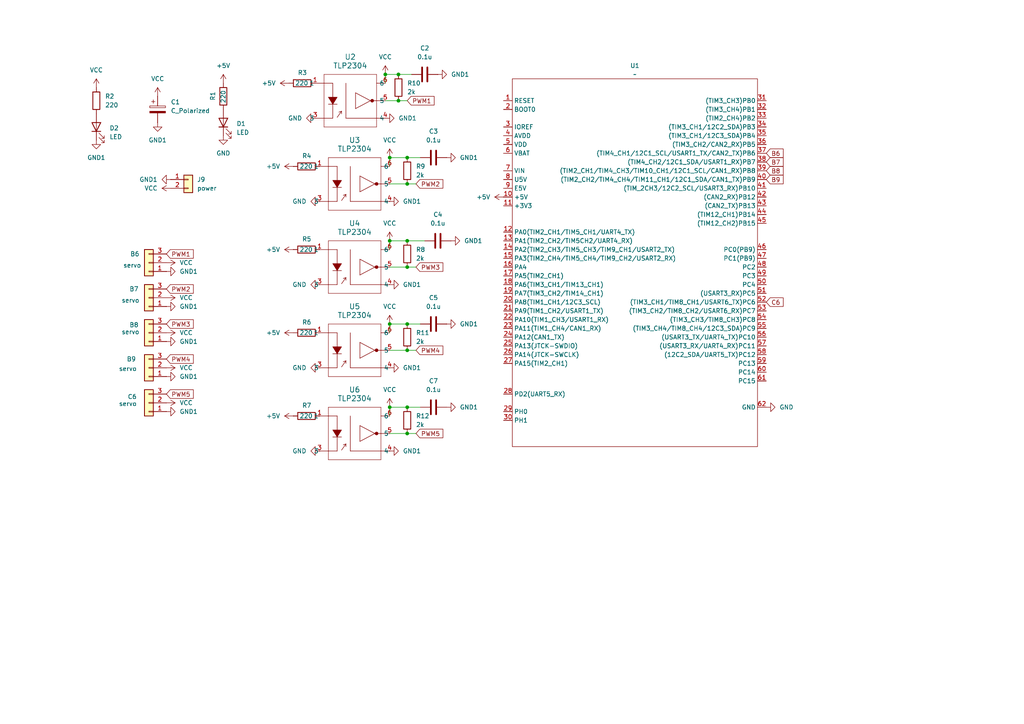
<source format=kicad_sch>
(kicad_sch
	(version 20231120)
	(generator "eeschema")
	(generator_version "8.0")
	(uuid "8618f146-56b2-4b33-961f-52e99f0538d5")
	(paper "A4")
	(lib_symbols
		(symbol "Connector_Generic:Conn_01x02"
			(pin_names
				(offset 1.016) hide)
			(exclude_from_sim no)
			(in_bom yes)
			(on_board yes)
			(property "Reference" "J"
				(at 0 2.54 0)
				(effects
					(font
						(size 1.27 1.27)
					)
				)
			)
			(property "Value" "Conn_01x02"
				(at 0 -5.08 0)
				(effects
					(font
						(size 1.27 1.27)
					)
				)
			)
			(property "Footprint" ""
				(at 0 0 0)
				(effects
					(font
						(size 1.27 1.27)
					)
					(hide yes)
				)
			)
			(property "Datasheet" "~"
				(at 0 0 0)
				(effects
					(font
						(size 1.27 1.27)
					)
					(hide yes)
				)
			)
			(property "Description" "Generic connector, single row, 01x02, script generated (kicad-library-utils/schlib/autogen/connector/)"
				(at 0 0 0)
				(effects
					(font
						(size 1.27 1.27)
					)
					(hide yes)
				)
			)
			(property "ki_keywords" "connector"
				(at 0 0 0)
				(effects
					(font
						(size 1.27 1.27)
					)
					(hide yes)
				)
			)
			(property "ki_fp_filters" "Connector*:*_1x??_*"
				(at 0 0 0)
				(effects
					(font
						(size 1.27 1.27)
					)
					(hide yes)
				)
			)
			(symbol "Conn_01x02_1_1"
				(rectangle
					(start -1.27 -2.413)
					(end 0 -2.667)
					(stroke
						(width 0.1524)
						(type default)
					)
					(fill
						(type none)
					)
				)
				(rectangle
					(start -1.27 0.127)
					(end 0 -0.127)
					(stroke
						(width 0.1524)
						(type default)
					)
					(fill
						(type none)
					)
				)
				(rectangle
					(start -1.27 1.27)
					(end 1.27 -3.81)
					(stroke
						(width 0.254)
						(type default)
					)
					(fill
						(type background)
					)
				)
				(pin passive line
					(at -5.08 0 0)
					(length 3.81)
					(name "Pin_1"
						(effects
							(font
								(size 1.27 1.27)
							)
						)
					)
					(number "1"
						(effects
							(font
								(size 1.27 1.27)
							)
						)
					)
				)
				(pin passive line
					(at -5.08 -2.54 0)
					(length 3.81)
					(name "Pin_2"
						(effects
							(font
								(size 1.27 1.27)
							)
						)
					)
					(number "2"
						(effects
							(font
								(size 1.27 1.27)
							)
						)
					)
				)
			)
		)
		(symbol "Connector_Generic:Conn_01x03"
			(pin_names
				(offset 1.016) hide)
			(exclude_from_sim no)
			(in_bom yes)
			(on_board yes)
			(property "Reference" "J"
				(at 0 5.08 0)
				(effects
					(font
						(size 1.27 1.27)
					)
				)
			)
			(property "Value" "Conn_01x03"
				(at 0 -5.08 0)
				(effects
					(font
						(size 1.27 1.27)
					)
				)
			)
			(property "Footprint" ""
				(at 0 0 0)
				(effects
					(font
						(size 1.27 1.27)
					)
					(hide yes)
				)
			)
			(property "Datasheet" "~"
				(at 0 0 0)
				(effects
					(font
						(size 1.27 1.27)
					)
					(hide yes)
				)
			)
			(property "Description" "Generic connector, single row, 01x03, script generated (kicad-library-utils/schlib/autogen/connector/)"
				(at 0 0 0)
				(effects
					(font
						(size 1.27 1.27)
					)
					(hide yes)
				)
			)
			(property "ki_keywords" "connector"
				(at 0 0 0)
				(effects
					(font
						(size 1.27 1.27)
					)
					(hide yes)
				)
			)
			(property "ki_fp_filters" "Connector*:*_1x??_*"
				(at 0 0 0)
				(effects
					(font
						(size 1.27 1.27)
					)
					(hide yes)
				)
			)
			(symbol "Conn_01x03_1_1"
				(rectangle
					(start -1.27 -2.413)
					(end 0 -2.667)
					(stroke
						(width 0.1524)
						(type default)
					)
					(fill
						(type none)
					)
				)
				(rectangle
					(start -1.27 0.127)
					(end 0 -0.127)
					(stroke
						(width 0.1524)
						(type default)
					)
					(fill
						(type none)
					)
				)
				(rectangle
					(start -1.27 2.667)
					(end 0 2.413)
					(stroke
						(width 0.1524)
						(type default)
					)
					(fill
						(type none)
					)
				)
				(rectangle
					(start -1.27 3.81)
					(end 1.27 -3.81)
					(stroke
						(width 0.254)
						(type default)
					)
					(fill
						(type background)
					)
				)
				(pin passive line
					(at -5.08 2.54 0)
					(length 3.81)
					(name "Pin_1"
						(effects
							(font
								(size 1.27 1.27)
							)
						)
					)
					(number "1"
						(effects
							(font
								(size 1.27 1.27)
							)
						)
					)
				)
				(pin passive line
					(at -5.08 0 0)
					(length 3.81)
					(name "Pin_2"
						(effects
							(font
								(size 1.27 1.27)
							)
						)
					)
					(number "2"
						(effects
							(font
								(size 1.27 1.27)
							)
						)
					)
				)
				(pin passive line
					(at -5.08 -2.54 0)
					(length 3.81)
					(name "Pin_3"
						(effects
							(font
								(size 1.27 1.27)
							)
						)
					)
					(number "3"
						(effects
							(font
								(size 1.27 1.27)
							)
						)
					)
				)
			)
		)
		(symbol "Device:C"
			(pin_numbers hide)
			(pin_names
				(offset 0.254)
			)
			(exclude_from_sim no)
			(in_bom yes)
			(on_board yes)
			(property "Reference" "C"
				(at 0.635 2.54 0)
				(effects
					(font
						(size 1.27 1.27)
					)
					(justify left)
				)
			)
			(property "Value" "C"
				(at 0.635 -2.54 0)
				(effects
					(font
						(size 1.27 1.27)
					)
					(justify left)
				)
			)
			(property "Footprint" ""
				(at 0.9652 -3.81 0)
				(effects
					(font
						(size 1.27 1.27)
					)
					(hide yes)
				)
			)
			(property "Datasheet" "~"
				(at 0 0 0)
				(effects
					(font
						(size 1.27 1.27)
					)
					(hide yes)
				)
			)
			(property "Description" "Unpolarized capacitor"
				(at 0 0 0)
				(effects
					(font
						(size 1.27 1.27)
					)
					(hide yes)
				)
			)
			(property "ki_keywords" "cap capacitor"
				(at 0 0 0)
				(effects
					(font
						(size 1.27 1.27)
					)
					(hide yes)
				)
			)
			(property "ki_fp_filters" "C_*"
				(at 0 0 0)
				(effects
					(font
						(size 1.27 1.27)
					)
					(hide yes)
				)
			)
			(symbol "C_0_1"
				(polyline
					(pts
						(xy -2.032 -0.762) (xy 2.032 -0.762)
					)
					(stroke
						(width 0.508)
						(type default)
					)
					(fill
						(type none)
					)
				)
				(polyline
					(pts
						(xy -2.032 0.762) (xy 2.032 0.762)
					)
					(stroke
						(width 0.508)
						(type default)
					)
					(fill
						(type none)
					)
				)
			)
			(symbol "C_1_1"
				(pin passive line
					(at 0 3.81 270)
					(length 2.794)
					(name "~"
						(effects
							(font
								(size 1.27 1.27)
							)
						)
					)
					(number "1"
						(effects
							(font
								(size 1.27 1.27)
							)
						)
					)
				)
				(pin passive line
					(at 0 -3.81 90)
					(length 2.794)
					(name "~"
						(effects
							(font
								(size 1.27 1.27)
							)
						)
					)
					(number "2"
						(effects
							(font
								(size 1.27 1.27)
							)
						)
					)
				)
			)
		)
		(symbol "Device:C_Polarized"
			(pin_numbers hide)
			(pin_names
				(offset 0.254)
			)
			(exclude_from_sim no)
			(in_bom yes)
			(on_board yes)
			(property "Reference" "C"
				(at 0.635 2.54 0)
				(effects
					(font
						(size 1.27 1.27)
					)
					(justify left)
				)
			)
			(property "Value" "C_Polarized"
				(at 0.635 -2.54 0)
				(effects
					(font
						(size 1.27 1.27)
					)
					(justify left)
				)
			)
			(property "Footprint" ""
				(at 0.9652 -3.81 0)
				(effects
					(font
						(size 1.27 1.27)
					)
					(hide yes)
				)
			)
			(property "Datasheet" "~"
				(at 0 0 0)
				(effects
					(font
						(size 1.27 1.27)
					)
					(hide yes)
				)
			)
			(property "Description" "Polarized capacitor"
				(at 0 0 0)
				(effects
					(font
						(size 1.27 1.27)
					)
					(hide yes)
				)
			)
			(property "ki_keywords" "cap capacitor"
				(at 0 0 0)
				(effects
					(font
						(size 1.27 1.27)
					)
					(hide yes)
				)
			)
			(property "ki_fp_filters" "CP_*"
				(at 0 0 0)
				(effects
					(font
						(size 1.27 1.27)
					)
					(hide yes)
				)
			)
			(symbol "C_Polarized_0_1"
				(rectangle
					(start -2.286 0.508)
					(end 2.286 1.016)
					(stroke
						(width 0)
						(type default)
					)
					(fill
						(type none)
					)
				)
				(polyline
					(pts
						(xy -1.778 2.286) (xy -0.762 2.286)
					)
					(stroke
						(width 0)
						(type default)
					)
					(fill
						(type none)
					)
				)
				(polyline
					(pts
						(xy -1.27 2.794) (xy -1.27 1.778)
					)
					(stroke
						(width 0)
						(type default)
					)
					(fill
						(type none)
					)
				)
				(rectangle
					(start 2.286 -0.508)
					(end -2.286 -1.016)
					(stroke
						(width 0)
						(type default)
					)
					(fill
						(type outline)
					)
				)
			)
			(symbol "C_Polarized_1_1"
				(pin passive line
					(at 0 3.81 270)
					(length 2.794)
					(name "~"
						(effects
							(font
								(size 1.27 1.27)
							)
						)
					)
					(number "1"
						(effects
							(font
								(size 1.27 1.27)
							)
						)
					)
				)
				(pin passive line
					(at 0 -3.81 90)
					(length 2.794)
					(name "~"
						(effects
							(font
								(size 1.27 1.27)
							)
						)
					)
					(number "2"
						(effects
							(font
								(size 1.27 1.27)
							)
						)
					)
				)
			)
		)
		(symbol "Device:LED"
			(pin_numbers hide)
			(pin_names
				(offset 1.016) hide)
			(exclude_from_sim no)
			(in_bom yes)
			(on_board yes)
			(property "Reference" "D"
				(at 0 2.54 0)
				(effects
					(font
						(size 1.27 1.27)
					)
				)
			)
			(property "Value" "LED"
				(at 0 -2.54 0)
				(effects
					(font
						(size 1.27 1.27)
					)
				)
			)
			(property "Footprint" ""
				(at 0 0 0)
				(effects
					(font
						(size 1.27 1.27)
					)
					(hide yes)
				)
			)
			(property "Datasheet" "~"
				(at 0 0 0)
				(effects
					(font
						(size 1.27 1.27)
					)
					(hide yes)
				)
			)
			(property "Description" "Light emitting diode"
				(at 0 0 0)
				(effects
					(font
						(size 1.27 1.27)
					)
					(hide yes)
				)
			)
			(property "ki_keywords" "LED diode"
				(at 0 0 0)
				(effects
					(font
						(size 1.27 1.27)
					)
					(hide yes)
				)
			)
			(property "ki_fp_filters" "LED* LED_SMD:* LED_THT:*"
				(at 0 0 0)
				(effects
					(font
						(size 1.27 1.27)
					)
					(hide yes)
				)
			)
			(symbol "LED_0_1"
				(polyline
					(pts
						(xy -1.27 -1.27) (xy -1.27 1.27)
					)
					(stroke
						(width 0.254)
						(type default)
					)
					(fill
						(type none)
					)
				)
				(polyline
					(pts
						(xy -1.27 0) (xy 1.27 0)
					)
					(stroke
						(width 0)
						(type default)
					)
					(fill
						(type none)
					)
				)
				(polyline
					(pts
						(xy 1.27 -1.27) (xy 1.27 1.27) (xy -1.27 0) (xy 1.27 -1.27)
					)
					(stroke
						(width 0.254)
						(type default)
					)
					(fill
						(type none)
					)
				)
				(polyline
					(pts
						(xy -3.048 -0.762) (xy -4.572 -2.286) (xy -3.81 -2.286) (xy -4.572 -2.286) (xy -4.572 -1.524)
					)
					(stroke
						(width 0)
						(type default)
					)
					(fill
						(type none)
					)
				)
				(polyline
					(pts
						(xy -1.778 -0.762) (xy -3.302 -2.286) (xy -2.54 -2.286) (xy -3.302 -2.286) (xy -3.302 -1.524)
					)
					(stroke
						(width 0)
						(type default)
					)
					(fill
						(type none)
					)
				)
			)
			(symbol "LED_1_1"
				(pin passive line
					(at -3.81 0 0)
					(length 2.54)
					(name "K"
						(effects
							(font
								(size 1.27 1.27)
							)
						)
					)
					(number "1"
						(effects
							(font
								(size 1.27 1.27)
							)
						)
					)
				)
				(pin passive line
					(at 3.81 0 180)
					(length 2.54)
					(name "A"
						(effects
							(font
								(size 1.27 1.27)
							)
						)
					)
					(number "2"
						(effects
							(font
								(size 1.27 1.27)
							)
						)
					)
				)
			)
		)
		(symbol "Device:R"
			(pin_numbers hide)
			(pin_names
				(offset 0)
			)
			(exclude_from_sim no)
			(in_bom yes)
			(on_board yes)
			(property "Reference" "R"
				(at 2.032 0 90)
				(effects
					(font
						(size 1.27 1.27)
					)
				)
			)
			(property "Value" "R"
				(at 0 0 90)
				(effects
					(font
						(size 1.27 1.27)
					)
				)
			)
			(property "Footprint" ""
				(at -1.778 0 90)
				(effects
					(font
						(size 1.27 1.27)
					)
					(hide yes)
				)
			)
			(property "Datasheet" "~"
				(at 0 0 0)
				(effects
					(font
						(size 1.27 1.27)
					)
					(hide yes)
				)
			)
			(property "Description" "Resistor"
				(at 0 0 0)
				(effects
					(font
						(size 1.27 1.27)
					)
					(hide yes)
				)
			)
			(property "ki_keywords" "R res resistor"
				(at 0 0 0)
				(effects
					(font
						(size 1.27 1.27)
					)
					(hide yes)
				)
			)
			(property "ki_fp_filters" "R_*"
				(at 0 0 0)
				(effects
					(font
						(size 1.27 1.27)
					)
					(hide yes)
				)
			)
			(symbol "R_0_1"
				(rectangle
					(start -1.016 -2.54)
					(end 1.016 2.54)
					(stroke
						(width 0.254)
						(type default)
					)
					(fill
						(type none)
					)
				)
			)
			(symbol "R_1_1"
				(pin passive line
					(at 0 3.81 270)
					(length 1.27)
					(name "~"
						(effects
							(font
								(size 1.27 1.27)
							)
						)
					)
					(number "1"
						(effects
							(font
								(size 1.27 1.27)
							)
						)
					)
				)
				(pin passive line
					(at 0 -3.81 90)
					(length 1.27)
					(name "~"
						(effects
							(font
								(size 1.27 1.27)
							)
						)
					)
					(number "2"
						(effects
							(font
								(size 1.27 1.27)
							)
						)
					)
				)
			)
		)
		(symbol "TLP2304_tlue:TLP2304"
			(pin_names
				(offset 0.254)
			)
			(exclude_from_sim no)
			(in_bom yes)
			(on_board yes)
			(property "Reference" "U"
				(at 0 0 0)
				(effects
					(font
						(size 1.524 1.524)
					)
				)
			)
			(property "Value" "TLP2304"
				(at 0 0 0)
				(effects
					(font
						(size 1.524 1.524)
					)
				)
			)
			(property "Footprint" "5pin SO6_TOS"
				(at 0 0 0)
				(effects
					(font
						(size 1.27 1.27)
						(italic yes)
					)
					(hide yes)
				)
			)
			(property "Datasheet" "TLP2304"
				(at 0 0 0)
				(effects
					(font
						(size 1.27 1.27)
						(italic yes)
					)
					(hide yes)
				)
			)
			(property "Description" ""
				(at 0 0 0)
				(effects
					(font
						(size 1.27 1.27)
					)
					(hide yes)
				)
			)
			(property "ki_locked" ""
				(at 0 0 0)
				(effects
					(font
						(size 1.27 1.27)
					)
				)
			)
			(property "ki_keywords" "TLP2304"
				(at 0 0 0)
				(effects
					(font
						(size 1.27 1.27)
					)
					(hide yes)
				)
			)
			(property "ki_fp_filters" "5pin SO6_TOS"
				(at 0 0 0)
				(effects
					(font
						(size 1.27 1.27)
					)
					(hide yes)
				)
			)
			(symbol "TLP2304_0_1"
				(polyline
					(pts
						(xy -2.54 -12.7) (xy 0 -12.7)
					)
					(stroke
						(width 0)
						(type default)
					)
					(fill
						(type none)
					)
				)
				(polyline
					(pts
						(xy -2.54 -2.54) (xy 0 -2.54)
					)
					(stroke
						(width 0)
						(type default)
					)
					(fill
						(type none)
					)
				)
				(polyline
					(pts
						(xy 0 -15.24) (xy 0 0)
					)
					(stroke
						(width 0.127)
						(type default)
					)
					(fill
						(type none)
					)
				)
				(polyline
					(pts
						(xy 0 -12.7) (xy 2.54 -12.7)
					)
					(stroke
						(width 0)
						(type default)
					)
					(fill
						(type none)
					)
				)
				(polyline
					(pts
						(xy 0 -2.54) (xy 2.54 -2.54)
					)
					(stroke
						(width 0)
						(type default)
					)
					(fill
						(type none)
					)
				)
				(polyline
					(pts
						(xy 0 0) (xy 15.24 0)
					)
					(stroke
						(width 0.127)
						(type default)
					)
					(fill
						(type none)
					)
				)
				(polyline
					(pts
						(xy 1.27 -8.636) (xy 3.81 -8.636)
					)
					(stroke
						(width 0)
						(type default)
					)
					(fill
						(type none)
					)
				)
				(polyline
					(pts
						(xy 2.54 -12.7) (xy 2.54 -8.636)
					)
					(stroke
						(width 0)
						(type default)
					)
					(fill
						(type none)
					)
				)
				(polyline
					(pts
						(xy 2.54 -2.54) (xy 2.54 -6.604)
					)
					(stroke
						(width 0)
						(type default)
					)
					(fill
						(type none)
					)
				)
				(polyline
					(pts
						(xy 4.318 -10.922) (xy 5.08 -10.668)
					)
					(stroke
						(width 0)
						(type default)
					)
					(fill
						(type none)
					)
				)
				(polyline
					(pts
						(xy 5.08 -11.43) (xy 5.08 -10.668)
					)
					(stroke
						(width 0)
						(type default)
					)
					(fill
						(type none)
					)
				)
				(polyline
					(pts
						(xy 5.08 -10.668) (xy 3.81 -12.446)
					)
					(stroke
						(width 0)
						(type default)
					)
					(fill
						(type none)
					)
				)
				(polyline
					(pts
						(xy 6.35 -12.7) (xy 15.24 -12.7)
					)
					(stroke
						(width 0)
						(type default)
					)
					(fill
						(type none)
					)
				)
				(polyline
					(pts
						(xy 6.35 -2.54) (xy 6.35 -12.7)
					)
					(stroke
						(width 0)
						(type default)
					)
					(fill
						(type none)
					)
				)
				(polyline
					(pts
						(xy 9.144 -9.906) (xy 13.462 -7.62)
					)
					(stroke
						(width 0)
						(type default)
					)
					(fill
						(type none)
					)
				)
				(polyline
					(pts
						(xy 9.144 -5.334) (xy 9.144 -9.906)
					)
					(stroke
						(width 0)
						(type default)
					)
					(fill
						(type none)
					)
				)
				(polyline
					(pts
						(xy 9.144 -5.334) (xy 13.462 -7.62)
					)
					(stroke
						(width 0)
						(type default)
					)
					(fill
						(type none)
					)
				)
				(polyline
					(pts
						(xy 14.478 -7.62) (xy 15.24 -7.62)
					)
					(stroke
						(width 0)
						(type default)
					)
					(fill
						(type none)
					)
				)
				(polyline
					(pts
						(xy 15.24 -15.24) (xy 0 -15.24)
					)
					(stroke
						(width 0.127)
						(type default)
					)
					(fill
						(type none)
					)
				)
				(polyline
					(pts
						(xy 15.24 0) (xy 15.24 -15.24)
					)
					(stroke
						(width 0.127)
						(type default)
					)
					(fill
						(type none)
					)
				)
				(polyline
					(pts
						(xy 17.78 -12.7) (xy 15.24 -12.7)
					)
					(stroke
						(width 0)
						(type default)
					)
					(fill
						(type none)
					)
				)
				(polyline
					(pts
						(xy 17.78 -7.62) (xy 15.24 -7.62)
					)
					(stroke
						(width 0)
						(type default)
					)
					(fill
						(type none)
					)
				)
				(polyline
					(pts
						(xy 17.78 -2.54) (xy 15.24 -2.54)
					)
					(stroke
						(width 0)
						(type default)
					)
					(fill
						(type none)
					)
				)
				(polyline
					(pts
						(xy 1.27 -6.604) (xy 1.27 -6.604) (xy 3.81 -6.604) (xy 2.54 -8.636) (xy 1.27 -6.604)
					)
					(stroke
						(width 0)
						(type default)
					)
					(fill
						(type outline)
					)
				)
				(circle
					(center 13.97 -7.62)
					(radius 0.254)
					(stroke
						(width 0.508)
						(type default)
					)
					(fill
						(type none)
					)
				)
				(pin unspecified line
					(at -2.54 -2.54 180)
					(length 0.0254)
					(name "1"
						(effects
							(font
								(size 1.27 1.27)
							)
						)
					)
					(number "1"
						(effects
							(font
								(size 1.27 1.27)
							)
						)
					)
				)
				(pin unspecified line
					(at -2.54 -12.7 180)
					(length 0.0254)
					(name "3"
						(effects
							(font
								(size 1.27 1.27)
							)
						)
					)
					(number "3"
						(effects
							(font
								(size 1.27 1.27)
							)
						)
					)
				)
				(pin power_out line
					(at 17.78 -12.7 180)
					(length 0.0254)
					(name "4"
						(effects
							(font
								(size 1.27 1.27)
							)
						)
					)
					(number "4"
						(effects
							(font
								(size 1.27 1.27)
							)
						)
					)
				)
				(pin output line
					(at 17.78 -7.62 180)
					(length 0.0254)
					(name "5"
						(effects
							(font
								(size 1.27 1.27)
							)
						)
					)
					(number "5"
						(effects
							(font
								(size 1.27 1.27)
							)
						)
					)
				)
				(pin unspecified line
					(at 17.78 -2.54 180)
					(length 0.0254)
					(name "6"
						(effects
							(font
								(size 1.27 1.27)
							)
						)
					)
					(number "6"
						(effects
							(font
								(size 1.27 1.27)
							)
						)
					)
				)
			)
		)
		(symbol "power:+5V"
			(power)
			(pin_numbers hide)
			(pin_names
				(offset 0) hide)
			(exclude_from_sim no)
			(in_bom yes)
			(on_board yes)
			(property "Reference" "#PWR"
				(at 0 -3.81 0)
				(effects
					(font
						(size 1.27 1.27)
					)
					(hide yes)
				)
			)
			(property "Value" "+5V"
				(at 0 3.556 0)
				(effects
					(font
						(size 1.27 1.27)
					)
				)
			)
			(property "Footprint" ""
				(at 0 0 0)
				(effects
					(font
						(size 1.27 1.27)
					)
					(hide yes)
				)
			)
			(property "Datasheet" ""
				(at 0 0 0)
				(effects
					(font
						(size 1.27 1.27)
					)
					(hide yes)
				)
			)
			(property "Description" "Power symbol creates a global label with name \"+5V\""
				(at 0 0 0)
				(effects
					(font
						(size 1.27 1.27)
					)
					(hide yes)
				)
			)
			(property "ki_keywords" "global power"
				(at 0 0 0)
				(effects
					(font
						(size 1.27 1.27)
					)
					(hide yes)
				)
			)
			(symbol "+5V_0_1"
				(polyline
					(pts
						(xy -0.762 1.27) (xy 0 2.54)
					)
					(stroke
						(width 0)
						(type default)
					)
					(fill
						(type none)
					)
				)
				(polyline
					(pts
						(xy 0 0) (xy 0 2.54)
					)
					(stroke
						(width 0)
						(type default)
					)
					(fill
						(type none)
					)
				)
				(polyline
					(pts
						(xy 0 2.54) (xy 0.762 1.27)
					)
					(stroke
						(width 0)
						(type default)
					)
					(fill
						(type none)
					)
				)
			)
			(symbol "+5V_1_1"
				(pin power_in line
					(at 0 0 90)
					(length 0)
					(name "~"
						(effects
							(font
								(size 1.27 1.27)
							)
						)
					)
					(number "1"
						(effects
							(font
								(size 1.27 1.27)
							)
						)
					)
				)
			)
		)
		(symbol "power:GND"
			(power)
			(pin_numbers hide)
			(pin_names
				(offset 0) hide)
			(exclude_from_sim no)
			(in_bom yes)
			(on_board yes)
			(property "Reference" "#PWR"
				(at 0 -6.35 0)
				(effects
					(font
						(size 1.27 1.27)
					)
					(hide yes)
				)
			)
			(property "Value" "GND"
				(at 0 -3.81 0)
				(effects
					(font
						(size 1.27 1.27)
					)
				)
			)
			(property "Footprint" ""
				(at 0 0 0)
				(effects
					(font
						(size 1.27 1.27)
					)
					(hide yes)
				)
			)
			(property "Datasheet" ""
				(at 0 0 0)
				(effects
					(font
						(size 1.27 1.27)
					)
					(hide yes)
				)
			)
			(property "Description" "Power symbol creates a global label with name \"GND\" , ground"
				(at 0 0 0)
				(effects
					(font
						(size 1.27 1.27)
					)
					(hide yes)
				)
			)
			(property "ki_keywords" "global power"
				(at 0 0 0)
				(effects
					(font
						(size 1.27 1.27)
					)
					(hide yes)
				)
			)
			(symbol "GND_0_1"
				(polyline
					(pts
						(xy 0 0) (xy 0 -1.27) (xy 1.27 -1.27) (xy 0 -2.54) (xy -1.27 -1.27) (xy 0 -1.27)
					)
					(stroke
						(width 0)
						(type default)
					)
					(fill
						(type none)
					)
				)
			)
			(symbol "GND_1_1"
				(pin power_in line
					(at 0 0 270)
					(length 0)
					(name "~"
						(effects
							(font
								(size 1.27 1.27)
							)
						)
					)
					(number "1"
						(effects
							(font
								(size 1.27 1.27)
							)
						)
					)
				)
			)
		)
		(symbol "power:GND1"
			(power)
			(pin_numbers hide)
			(pin_names
				(offset 0) hide)
			(exclude_from_sim no)
			(in_bom yes)
			(on_board yes)
			(property "Reference" "#PWR"
				(at 0 -6.35 0)
				(effects
					(font
						(size 1.27 1.27)
					)
					(hide yes)
				)
			)
			(property "Value" "GND1"
				(at 0 -3.81 0)
				(effects
					(font
						(size 1.27 1.27)
					)
				)
			)
			(property "Footprint" ""
				(at 0 0 0)
				(effects
					(font
						(size 1.27 1.27)
					)
					(hide yes)
				)
			)
			(property "Datasheet" ""
				(at 0 0 0)
				(effects
					(font
						(size 1.27 1.27)
					)
					(hide yes)
				)
			)
			(property "Description" "Power symbol creates a global label with name \"GND1\" , ground"
				(at 0 0 0)
				(effects
					(font
						(size 1.27 1.27)
					)
					(hide yes)
				)
			)
			(property "ki_keywords" "global power"
				(at 0 0 0)
				(effects
					(font
						(size 1.27 1.27)
					)
					(hide yes)
				)
			)
			(symbol "GND1_0_1"
				(polyline
					(pts
						(xy 0 0) (xy 0 -1.27) (xy 1.27 -1.27) (xy 0 -2.54) (xy -1.27 -1.27) (xy 0 -1.27)
					)
					(stroke
						(width 0)
						(type default)
					)
					(fill
						(type none)
					)
				)
			)
			(symbol "GND1_1_1"
				(pin power_in line
					(at 0 0 270)
					(length 0)
					(name "~"
						(effects
							(font
								(size 1.27 1.27)
							)
						)
					)
					(number "1"
						(effects
							(font
								(size 1.27 1.27)
							)
						)
					)
				)
			)
		)
		(symbol "power:VCC"
			(power)
			(pin_numbers hide)
			(pin_names
				(offset 0) hide)
			(exclude_from_sim no)
			(in_bom yes)
			(on_board yes)
			(property "Reference" "#PWR"
				(at 0 -3.81 0)
				(effects
					(font
						(size 1.27 1.27)
					)
					(hide yes)
				)
			)
			(property "Value" "VCC"
				(at 0 3.556 0)
				(effects
					(font
						(size 1.27 1.27)
					)
				)
			)
			(property "Footprint" ""
				(at 0 0 0)
				(effects
					(font
						(size 1.27 1.27)
					)
					(hide yes)
				)
			)
			(property "Datasheet" ""
				(at 0 0 0)
				(effects
					(font
						(size 1.27 1.27)
					)
					(hide yes)
				)
			)
			(property "Description" "Power symbol creates a global label with name \"VCC\""
				(at 0 0 0)
				(effects
					(font
						(size 1.27 1.27)
					)
					(hide yes)
				)
			)
			(property "ki_keywords" "global power"
				(at 0 0 0)
				(effects
					(font
						(size 1.27 1.27)
					)
					(hide yes)
				)
			)
			(symbol "VCC_0_1"
				(polyline
					(pts
						(xy -0.762 1.27) (xy 0 2.54)
					)
					(stroke
						(width 0)
						(type default)
					)
					(fill
						(type none)
					)
				)
				(polyline
					(pts
						(xy 0 0) (xy 0 2.54)
					)
					(stroke
						(width 0)
						(type default)
					)
					(fill
						(type none)
					)
				)
				(polyline
					(pts
						(xy 0 2.54) (xy 0.762 1.27)
					)
					(stroke
						(width 0)
						(type default)
					)
					(fill
						(type none)
					)
				)
			)
			(symbol "VCC_1_1"
				(pin power_in line
					(at 0 0 90)
					(length 0)
					(name "~"
						(effects
							(font
								(size 1.27 1.27)
							)
						)
					)
					(number "1"
						(effects
							(font
								(size 1.27 1.27)
							)
						)
					)
				)
			)
		)
		(symbol "stm32f446re-nucleo:STM32F446RE-Nucleo"
			(exclude_from_sim no)
			(in_bom yes)
			(on_board yes)
			(property "Reference" "U2"
				(at 13.97 59.055 0)
				(effects
					(font
						(size 1.27 1.27)
					)
				)
			)
			(property "Value" "~"
				(at 0 0 0)
				(effects
					(font
						(size 1.27 1.27)
					)
				)
			)
			(property "Footprint" "Library:STM32F446RE_Nucleo"
				(at 0 0 0)
				(effects
					(font
						(size 1.27 1.27)
					)
					(hide yes)
				)
			)
			(property "Datasheet" ""
				(at 0 0 0)
				(effects
					(font
						(size 1.27 1.27)
					)
					(hide yes)
				)
			)
			(property "Description" ""
				(at 0 0 0)
				(effects
					(font
						(size 1.27 1.27)
					)
					(hide yes)
				)
			)
			(symbol "STM32F446RE-Nucleo_0_1"
				(polyline
					(pts
						(xy -21.59 57.15) (xy 49.53 57.15) (xy 49.53 -46.99) (xy 49.53 -49.53) (xy -21.59 -49.53) (xy -21.59 57.15)
					)
					(stroke
						(width 0)
						(type default)
					)
					(fill
						(type none)
					)
				)
			)
			(symbol "STM32F446RE-Nucleo_1_1"
				(pin input line
					(at -24.13 50.8 0)
					(length 2.54)
					(name "RESET"
						(effects
							(font
								(size 1.27 1.27)
							)
						)
					)
					(number "1"
						(effects
							(font
								(size 1.27 1.27)
							)
						)
					)
				)
				(pin power_out line
					(at -24.13 22.86 0)
					(length 2.54)
					(name "+5V"
						(effects
							(font
								(size 1.27 1.27)
							)
						)
					)
					(number "10"
						(effects
							(font
								(size 1.27 1.27)
							)
						)
					)
				)
				(pin power_out line
					(at -24.13 20.32 0)
					(length 2.54)
					(name "+3V3"
						(effects
							(font
								(size 1.27 1.27)
							)
						)
					)
					(number "11"
						(effects
							(font
								(size 1.27 1.27)
							)
						)
					)
				)
				(pin bidirectional line
					(at -24.13 12.7 0)
					(length 2.54)
					(name "PA0(TIM2_CH1/TIM5_CH1/UART4_TX)"
						(effects
							(font
								(size 1.27 1.27)
							)
						)
					)
					(number "12"
						(effects
							(font
								(size 1.27 1.27)
							)
						)
					)
				)
				(pin bidirectional line
					(at -24.13 10.16 0)
					(length 2.54)
					(name "PA1(TIM2_CH2/TIM5CH2/UART4_RX)"
						(effects
							(font
								(size 1.27 1.27)
							)
						)
					)
					(number "13"
						(effects
							(font
								(size 1.27 1.27)
							)
						)
					)
				)
				(pin bidirectional line
					(at -24.13 7.62 0)
					(length 2.54)
					(name "PA2(TIM2_CH3/TIM5_CH3/TIM9_CH1/USART2_TX)"
						(effects
							(font
								(size 1.27 1.27)
							)
						)
					)
					(number "14"
						(effects
							(font
								(size 1.27 1.27)
							)
						)
					)
				)
				(pin bidirectional line
					(at -24.13 5.08 0)
					(length 2.54)
					(name "PA3(TIM2_CH4/TIM5_CH4/TIM9_CH2/USART2_RX)"
						(effects
							(font
								(size 1.27 1.27)
							)
						)
					)
					(number "15"
						(effects
							(font
								(size 1.27 1.27)
							)
						)
					)
				)
				(pin bidirectional line
					(at -24.13 2.54 0)
					(length 2.54)
					(name "PA4"
						(effects
							(font
								(size 1.27 1.27)
							)
						)
					)
					(number "16"
						(effects
							(font
								(size 1.27 1.27)
							)
						)
					)
				)
				(pin bidirectional line
					(at -24.13 0 0)
					(length 2.54)
					(name "PA5(TIM2_CH1)"
						(effects
							(font
								(size 1.27 1.27)
							)
						)
					)
					(number "17"
						(effects
							(font
								(size 1.27 1.27)
							)
						)
					)
				)
				(pin bidirectional line
					(at -24.13 -2.54 0)
					(length 2.54)
					(name "PA6(TIM3_CH1/TIM13_CH1)"
						(effects
							(font
								(size 1.27 1.27)
							)
						)
					)
					(number "18"
						(effects
							(font
								(size 1.27 1.27)
							)
						)
					)
				)
				(pin bidirectional line
					(at -24.13 -5.08 0)
					(length 2.54)
					(name "PA7(TIM3_CH2/TIM14_CH1)"
						(effects
							(font
								(size 1.27 1.27)
							)
						)
					)
					(number "19"
						(effects
							(font
								(size 1.27 1.27)
							)
						)
					)
				)
				(pin input line
					(at -24.13 48.26 0)
					(length 2.54)
					(name "BOOT0"
						(effects
							(font
								(size 1.27 1.27)
							)
						)
					)
					(number "2"
						(effects
							(font
								(size 1.27 1.27)
							)
						)
					)
				)
				(pin bidirectional line
					(at -24.13 -7.62 0)
					(length 2.54)
					(name "PA8(TIM1_CH1/12C3_SCL)"
						(effects
							(font
								(size 1.27 1.27)
							)
						)
					)
					(number "20"
						(effects
							(font
								(size 1.27 1.27)
							)
						)
					)
				)
				(pin bidirectional line
					(at -24.13 -10.16 0)
					(length 2.54)
					(name "PA9(TIM1_CH2/USART1_TX)"
						(effects
							(font
								(size 1.27 1.27)
							)
						)
					)
					(number "21"
						(effects
							(font
								(size 1.27 1.27)
							)
						)
					)
				)
				(pin bidirectional line
					(at -24.13 -12.7 0)
					(length 2.54)
					(name "PA10(TIM1_CH3/USART1_RX)"
						(effects
							(font
								(size 1.27 1.27)
							)
						)
					)
					(number "22"
						(effects
							(font
								(size 1.27 1.27)
							)
						)
					)
				)
				(pin bidirectional line
					(at -24.13 -15.24 0)
					(length 2.54)
					(name "PA11(TIM1_CH4/CAN1_RX)"
						(effects
							(font
								(size 1.27 1.27)
							)
						)
					)
					(number "23"
						(effects
							(font
								(size 1.27 1.27)
							)
						)
					)
				)
				(pin bidirectional line
					(at -24.13 -17.78 0)
					(length 2.54)
					(name "PA12(CAN1_TX)"
						(effects
							(font
								(size 1.27 1.27)
							)
						)
					)
					(number "24"
						(effects
							(font
								(size 1.27 1.27)
							)
						)
					)
				)
				(pin bidirectional line
					(at -24.13 -20.32 0)
					(length 2.54)
					(name "PA13(JTCK-SWDIO)"
						(effects
							(font
								(size 1.27 1.27)
							)
						)
					)
					(number "25"
						(effects
							(font
								(size 1.27 1.27)
							)
						)
					)
				)
				(pin bidirectional line
					(at -24.13 -22.86 0)
					(length 2.54)
					(name "PA14(JTCK-SWCLK)"
						(effects
							(font
								(size 1.27 1.27)
							)
						)
					)
					(number "26"
						(effects
							(font
								(size 1.27 1.27)
							)
						)
					)
				)
				(pin bidirectional line
					(at -24.13 -25.4 0)
					(length 2.54)
					(name "PA15(TIM2_CH1)"
						(effects
							(font
								(size 1.27 1.27)
							)
						)
					)
					(number "27"
						(effects
							(font
								(size 1.27 1.27)
							)
						)
					)
				)
				(pin bidirectional line
					(at -24.13 -34.29 0)
					(length 2.54)
					(name "PD2(UART5_RX)"
						(effects
							(font
								(size 1.27 1.27)
							)
						)
					)
					(number "28"
						(effects
							(font
								(size 1.27 1.27)
							)
						)
					)
				)
				(pin bidirectional line
					(at -24.13 -39.37 0)
					(length 2.54)
					(name "PH0"
						(effects
							(font
								(size 1.27 1.27)
							)
						)
					)
					(number "29"
						(effects
							(font
								(size 1.27 1.27)
							)
						)
					)
				)
				(pin input line
					(at -24.13 43.18 0)
					(length 2.54)
					(name "IOREF"
						(effects
							(font
								(size 1.27 1.27)
							)
						)
					)
					(number "3"
						(effects
							(font
								(size 1.27 1.27)
							)
						)
					)
				)
				(pin bidirectional line
					(at -24.13 -41.91 0)
					(length 2.54)
					(name "PH1"
						(effects
							(font
								(size 1.27 1.27)
							)
						)
					)
					(number "30"
						(effects
							(font
								(size 1.27 1.27)
							)
						)
					)
				)
				(pin bidirectional line
					(at 52.07 50.8 180)
					(length 2.54)
					(name "(TIM3_CH3)PB0"
						(effects
							(font
								(size 1.27 1.27)
							)
						)
					)
					(number "31"
						(effects
							(font
								(size 1.27 1.27)
							)
						)
					)
				)
				(pin bidirectional line
					(at 52.07 48.26 180)
					(length 2.54)
					(name "(TIM3_CH4)PB1"
						(effects
							(font
								(size 1.27 1.27)
							)
						)
					)
					(number "32"
						(effects
							(font
								(size 1.27 1.27)
							)
						)
					)
				)
				(pin bidirectional line
					(at 52.07 45.72 180)
					(length 2.54)
					(name "(TIM2_CH4)PB2"
						(effects
							(font
								(size 1.27 1.27)
							)
						)
					)
					(number "33"
						(effects
							(font
								(size 1.27 1.27)
							)
						)
					)
				)
				(pin bidirectional line
					(at 52.07 43.18 180)
					(length 2.54)
					(name "(TIM3_CH1/12C2_SDA)PB3"
						(effects
							(font
								(size 1.27 1.27)
							)
						)
					)
					(number "34"
						(effects
							(font
								(size 1.27 1.27)
							)
						)
					)
				)
				(pin bidirectional line
					(at 52.07 40.64 180)
					(length 2.54)
					(name "(TIM3_CH1/12C3_SDA)PB4"
						(effects
							(font
								(size 1.27 1.27)
							)
						)
					)
					(number "35"
						(effects
							(font
								(size 1.27 1.27)
							)
						)
					)
				)
				(pin bidirectional line
					(at 52.07 38.1 180)
					(length 2.54)
					(name "(TIM3_CH2/CAN2_RX)PB5"
						(effects
							(font
								(size 1.27 1.27)
							)
						)
					)
					(number "36"
						(effects
							(font
								(size 1.27 1.27)
							)
						)
					)
				)
				(pin bidirectional line
					(at 52.07 35.56 180)
					(length 2.54)
					(name "(TIM4_CH1/12C1_SCL/USART1_TX/CAN2_TX)PB6"
						(effects
							(font
								(size 1.27 1.27)
							)
						)
					)
					(number "37"
						(effects
							(font
								(size 1.27 1.27)
							)
						)
					)
				)
				(pin bidirectional line
					(at 52.07 33.02 180)
					(length 2.54)
					(name "(TIM4_CH2/12C1_SDA/USART1_RX)PB7"
						(effects
							(font
								(size 1.27 1.27)
							)
						)
					)
					(number "38"
						(effects
							(font
								(size 1.27 1.27)
							)
						)
					)
				)
				(pin bidirectional line
					(at 52.07 30.48 180)
					(length 2.54)
					(name "(TIM2_CH1/TIM4_CH3/TIM10_CH1/12C1_SCL/CAN1_RX)PB8"
						(effects
							(font
								(size 1.27 1.27)
							)
						)
					)
					(number "39"
						(effects
							(font
								(size 1.27 1.27)
							)
						)
					)
				)
				(pin input line
					(at -24.13 40.64 0)
					(length 2.54)
					(name "AVDD"
						(effects
							(font
								(size 1.27 1.27)
							)
						)
					)
					(number "4"
						(effects
							(font
								(size 1.27 1.27)
							)
						)
					)
				)
				(pin bidirectional line
					(at 52.07 27.94 180)
					(length 2.54)
					(name "(TIM2_CH2/TIM4_CH4/TIM11_CH1/12C1_SDA/CAN1_TX)PB9"
						(effects
							(font
								(size 1.27 1.27)
							)
						)
					)
					(number "40"
						(effects
							(font
								(size 1.27 1.27)
							)
						)
					)
				)
				(pin bidirectional line
					(at 52.07 25.4 180)
					(length 2.54)
					(name "(TIM_2CH3/12C2_SCL/USART3_RX)PB10"
						(effects
							(font
								(size 1.27 1.27)
							)
						)
					)
					(number "41"
						(effects
							(font
								(size 1.27 1.27)
							)
						)
					)
				)
				(pin bidirectional line
					(at 52.07 22.86 180)
					(length 2.54)
					(name "(CAN2_RX)PB12"
						(effects
							(font
								(size 1.27 1.27)
							)
						)
					)
					(number "42"
						(effects
							(font
								(size 1.27 1.27)
							)
						)
					)
				)
				(pin bidirectional line
					(at 52.07 20.32 180)
					(length 2.54)
					(name "(CAN2_TX)PB13"
						(effects
							(font
								(size 1.27 1.27)
							)
						)
					)
					(number "43"
						(effects
							(font
								(size 1.27 1.27)
							)
						)
					)
				)
				(pin bidirectional line
					(at 52.07 17.78 180)
					(length 2.54)
					(name "(TIM12_CH1)PB14"
						(effects
							(font
								(size 1.27 1.27)
							)
						)
					)
					(number "44"
						(effects
							(font
								(size 1.27 1.27)
							)
						)
					)
				)
				(pin bidirectional line
					(at 52.07 15.24 180)
					(length 2.54)
					(name "(TIM12_CH2)PB15"
						(effects
							(font
								(size 1.27 1.27)
							)
						)
					)
					(number "45"
						(effects
							(font
								(size 1.27 1.27)
							)
						)
					)
				)
				(pin bidirectional line
					(at 52.07 7.62 180)
					(length 2.54)
					(name "PC0(PB9)"
						(effects
							(font
								(size 1.27 1.27)
							)
						)
					)
					(number "46"
						(effects
							(font
								(size 1.27 1.27)
							)
						)
					)
				)
				(pin bidirectional line
					(at 52.07 5.08 180)
					(length 2.54)
					(name "PC1(PB9)"
						(effects
							(font
								(size 1.27 1.27)
							)
						)
					)
					(number "47"
						(effects
							(font
								(size 1.27 1.27)
							)
						)
					)
				)
				(pin bidirectional line
					(at 52.07 2.54 180)
					(length 2.54)
					(name "PC2"
						(effects
							(font
								(size 1.27 1.27)
							)
						)
					)
					(number "48"
						(effects
							(font
								(size 1.27 1.27)
							)
						)
					)
				)
				(pin bidirectional line
					(at 52.07 0 180)
					(length 2.54)
					(name "PC3"
						(effects
							(font
								(size 1.27 1.27)
							)
						)
					)
					(number "49"
						(effects
							(font
								(size 1.27 1.27)
							)
						)
					)
				)
				(pin input line
					(at -24.13 38.1 0)
					(length 2.54)
					(name "VDD"
						(effects
							(font
								(size 1.27 1.27)
							)
						)
					)
					(number "5"
						(effects
							(font
								(size 1.27 1.27)
							)
						)
					)
				)
				(pin bidirectional line
					(at 52.07 -2.54 180)
					(length 2.54)
					(name "PC4"
						(effects
							(font
								(size 1.27 1.27)
							)
						)
					)
					(number "50"
						(effects
							(font
								(size 1.27 1.27)
							)
						)
					)
				)
				(pin bidirectional line
					(at 52.07 -5.08 180)
					(length 2.54)
					(name "(USART3_RX)PC5"
						(effects
							(font
								(size 1.27 1.27)
							)
						)
					)
					(number "51"
						(effects
							(font
								(size 1.27 1.27)
							)
						)
					)
				)
				(pin bidirectional line
					(at 52.07 -7.62 180)
					(length 2.54)
					(name "(TIM3_CH1/TIM8_CH1/USART6_TX)PC6"
						(effects
							(font
								(size 1.27 1.27)
							)
						)
					)
					(number "52"
						(effects
							(font
								(size 1.27 1.27)
							)
						)
					)
				)
				(pin bidirectional line
					(at 52.07 -10.16 180)
					(length 2.54)
					(name "(TIM3_CH2/TIM8_CH2/USART6_RX)PC7"
						(effects
							(font
								(size 1.27 1.27)
							)
						)
					)
					(number "53"
						(effects
							(font
								(size 1.27 1.27)
							)
						)
					)
				)
				(pin bidirectional line
					(at 52.07 -12.7 180)
					(length 2.54)
					(name "(TIM3_CH3/TIM8_CH3)PC8"
						(effects
							(font
								(size 1.27 1.27)
							)
						)
					)
					(number "54"
						(effects
							(font
								(size 1.27 1.27)
							)
						)
					)
				)
				(pin bidirectional line
					(at 52.07 -15.24 180)
					(length 2.54)
					(name "(TIM3_CH4/TIM8_CH4/12C3_SDA)PC9"
						(effects
							(font
								(size 1.27 1.27)
							)
						)
					)
					(number "55"
						(effects
							(font
								(size 1.27 1.27)
							)
						)
					)
				)
				(pin bidirectional line
					(at 52.07 -17.78 180)
					(length 2.54)
					(name "(USART3_TX/UART4_TX)PC10"
						(effects
							(font
								(size 1.27 1.27)
							)
						)
					)
					(number "56"
						(effects
							(font
								(size 1.27 1.27)
							)
						)
					)
				)
				(pin bidirectional line
					(at 52.07 -20.32 180)
					(length 2.54)
					(name "(USART3_RX/UART4_RX)PC11"
						(effects
							(font
								(size 1.27 1.27)
							)
						)
					)
					(number "57"
						(effects
							(font
								(size 1.27 1.27)
							)
						)
					)
				)
				(pin bidirectional line
					(at 52.07 -22.86 180)
					(length 2.54)
					(name "(12C2_SDA/UART5_TX)PC12"
						(effects
							(font
								(size 1.27 1.27)
							)
						)
					)
					(number "58"
						(effects
							(font
								(size 1.27 1.27)
							)
						)
					)
				)
				(pin bidirectional line
					(at 52.07 -25.4 180)
					(length 2.54)
					(name "PC13"
						(effects
							(font
								(size 1.27 1.27)
							)
						)
					)
					(number "59"
						(effects
							(font
								(size 1.27 1.27)
							)
						)
					)
				)
				(pin input line
					(at -24.13 35.56 0)
					(length 2.54)
					(name "VBAT"
						(effects
							(font
								(size 1.27 1.27)
							)
						)
					)
					(number "6"
						(effects
							(font
								(size 1.27 1.27)
							)
						)
					)
				)
				(pin bidirectional line
					(at 52.07 -27.94 180)
					(length 2.54)
					(name "PC14"
						(effects
							(font
								(size 1.27 1.27)
							)
						)
					)
					(number "60"
						(effects
							(font
								(size 1.27 1.27)
							)
						)
					)
				)
				(pin bidirectional line
					(at 52.07 -30.48 180)
					(length 2.54)
					(name "PC15"
						(effects
							(font
								(size 1.27 1.27)
							)
						)
					)
					(number "61"
						(effects
							(font
								(size 1.27 1.27)
							)
						)
					)
				)
				(pin power_out line
					(at 52.07 -38.1 180)
					(length 2.54)
					(name "GND"
						(effects
							(font
								(size 1.27 1.27)
							)
						)
					)
					(number "62"
						(effects
							(font
								(size 1.27 1.27)
							)
						)
					)
				)
				(pin power_in line
					(at -24.13 30.48 0)
					(length 2.54)
					(name "VIN"
						(effects
							(font
								(size 1.27 1.27)
							)
						)
					)
					(number "7"
						(effects
							(font
								(size 1.27 1.27)
							)
						)
					)
				)
				(pin input line
					(at -24.13 27.94 0)
					(length 2.54)
					(name "U5V"
						(effects
							(font
								(size 1.27 1.27)
							)
						)
					)
					(number "8"
						(effects
							(font
								(size 1.27 1.27)
							)
						)
					)
				)
				(pin input line
					(at -24.13 25.4 0)
					(length 2.54)
					(name "E5V"
						(effects
							(font
								(size 1.27 1.27)
							)
						)
					)
					(number "9"
						(effects
							(font
								(size 1.27 1.27)
							)
						)
					)
				)
			)
		)
	)
	(junction
		(at 118.11 101.6)
		(diameter 0)
		(color 0 0 0 0)
		(uuid "2fe80ee8-a3a7-4049-aa9a-25a28167810c")
	)
	(junction
		(at 118.11 125.73)
		(diameter 0)
		(color 0 0 0 0)
		(uuid "32790ac9-d473-4498-994c-627c0f0907b5")
	)
	(junction
		(at 118.11 45.72)
		(diameter 0)
		(color 0 0 0 0)
		(uuid "36d2dc90-63f4-4924-9aad-91f95668af75")
	)
	(junction
		(at 115.57 29.21)
		(diameter 0)
		(color 0 0 0 0)
		(uuid "3b1ccb3e-071a-4932-9ce9-9a4d620f8509")
	)
	(junction
		(at 118.11 69.85)
		(diameter 0)
		(color 0 0 0 0)
		(uuid "3f2aca9b-643c-43ab-afb5-12f7031753d8")
	)
	(junction
		(at 118.11 77.47)
		(diameter 0)
		(color 0 0 0 0)
		(uuid "4539d45c-2a6f-4cdd-933e-4a7dfcc26c6a")
	)
	(junction
		(at 115.57 21.59)
		(diameter 0)
		(color 0 0 0 0)
		(uuid "4b0cc00a-d73f-46a6-81bf-a0bba0e6b17b")
	)
	(junction
		(at 118.11 118.11)
		(diameter 0)
		(color 0 0 0 0)
		(uuid "66589e6a-a873-4dd2-8659-1883ab458e44")
	)
	(junction
		(at 113.03 45.72)
		(diameter 0)
		(color 0 0 0 0)
		(uuid "7066c771-bb7d-4a0d-8448-0b5cf7ee9c0e")
	)
	(junction
		(at 113.03 69.85)
		(diameter 0)
		(color 0 0 0 0)
		(uuid "9981e844-47db-46b1-ba1f-e43d9ef29cab")
	)
	(junction
		(at 113.03 93.98)
		(diameter 0)
		(color 0 0 0 0)
		(uuid "a1bd164c-67ac-402b-94b1-3aa35561ace0")
	)
	(junction
		(at 118.11 53.34)
		(diameter 0)
		(color 0 0 0 0)
		(uuid "af4b703d-a742-49c9-8af2-385bdb470723")
	)
	(junction
		(at 113.03 118.11)
		(diameter 0)
		(color 0 0 0 0)
		(uuid "bb418310-2619-4b98-a27e-73d2cbd7f560")
	)
	(junction
		(at 111.76 21.59)
		(diameter 0)
		(color 0 0 0 0)
		(uuid "e6667b20-5291-4854-a53c-d8719b2d92c2")
	)
	(junction
		(at 118.11 93.98)
		(diameter 0)
		(color 0 0 0 0)
		(uuid "fca567d2-f518-4ff4-b6e6-ebba1d91aa61")
	)
	(wire
		(pts
			(xy 115.57 21.59) (xy 111.76 21.59)
		)
		(stroke
			(width 0)
			(type default)
		)
		(uuid "06750541-ec20-4b67-8fa1-3ec68e2501d8")
	)
	(wire
		(pts
			(xy 111.76 21.59) (xy 111.76 24.13)
		)
		(stroke
			(width 0)
			(type default)
		)
		(uuid "148a80a6-17a1-43c8-942d-4a6dc15b0d1b")
	)
	(wire
		(pts
			(xy 118.11 69.85) (xy 123.19 69.85)
		)
		(stroke
			(width 0)
			(type default)
		)
		(uuid "2be8b12f-4095-457a-8f9e-b6c010bd7907")
	)
	(wire
		(pts
			(xy 118.11 53.34) (xy 113.03 53.34)
		)
		(stroke
			(width 0)
			(type default)
		)
		(uuid "306262b8-3003-4c8a-9064-4216a72f6c2f")
	)
	(wire
		(pts
			(xy 118.11 93.98) (xy 113.03 93.98)
		)
		(stroke
			(width 0)
			(type default)
		)
		(uuid "388b8f8a-412f-461f-bf9a-76d675433d99")
	)
	(wire
		(pts
			(xy 113.03 69.85) (xy 113.03 72.39)
		)
		(stroke
			(width 0)
			(type default)
		)
		(uuid "4cc50ad8-e236-487f-a097-039c9c6e4042")
	)
	(wire
		(pts
			(xy 121.92 45.72) (xy 118.11 45.72)
		)
		(stroke
			(width 0)
			(type default)
		)
		(uuid "4ed8ffc5-2844-43e8-be0c-cc1f4521bee5")
	)
	(wire
		(pts
			(xy 118.11 45.72) (xy 113.03 45.72)
		)
		(stroke
			(width 0)
			(type default)
		)
		(uuid "5b454f1f-0579-45d1-b0c6-97b24ac3f9a3")
	)
	(wire
		(pts
			(xy 121.92 118.11) (xy 118.11 118.11)
		)
		(stroke
			(width 0)
			(type default)
		)
		(uuid "6054d4a5-f803-4511-aabe-1c03e16370c7")
	)
	(wire
		(pts
			(xy 120.65 101.6) (xy 118.11 101.6)
		)
		(stroke
			(width 0)
			(type default)
		)
		(uuid "643b430d-be5a-4a25-86ee-5fd13f1a3615")
	)
	(wire
		(pts
			(xy 113.03 69.85) (xy 118.11 69.85)
		)
		(stroke
			(width 0)
			(type default)
		)
		(uuid "672f397f-8945-4dc1-9fdb-5daa33b90e37")
	)
	(wire
		(pts
			(xy 120.65 125.73) (xy 118.11 125.73)
		)
		(stroke
			(width 0)
			(type default)
		)
		(uuid "6de0b87b-79a2-4235-bca0-38fbe3b341f1")
	)
	(wire
		(pts
			(xy 118.11 125.73) (xy 113.03 125.73)
		)
		(stroke
			(width 0)
			(type default)
		)
		(uuid "7cffdc81-3f9a-4278-9d69-9bbea77af936")
	)
	(wire
		(pts
			(xy 120.65 77.47) (xy 118.11 77.47)
		)
		(stroke
			(width 0)
			(type default)
		)
		(uuid "848bde2d-6780-47d7-a1b1-9efa769bb929")
	)
	(wire
		(pts
			(xy 118.11 118.11) (xy 113.03 118.11)
		)
		(stroke
			(width 0)
			(type default)
		)
		(uuid "95f6c272-5b25-4e5a-9add-cb4394a63a16")
	)
	(wire
		(pts
			(xy 115.57 29.21) (xy 111.76 29.21)
		)
		(stroke
			(width 0)
			(type default)
		)
		(uuid "9963fa81-dd78-4e23-a062-c67d8785ff0a")
	)
	(wire
		(pts
			(xy 113.03 118.11) (xy 113.03 120.65)
		)
		(stroke
			(width 0)
			(type default)
		)
		(uuid "9ba8ee11-0112-4f9a-8869-b25d3dc55cdd")
	)
	(wire
		(pts
			(xy 118.11 29.21) (xy 115.57 29.21)
		)
		(stroke
			(width 0)
			(type default)
		)
		(uuid "a702a102-de21-4424-adc6-51595b840973")
	)
	(wire
		(pts
			(xy 120.65 53.34) (xy 118.11 53.34)
		)
		(stroke
			(width 0)
			(type default)
		)
		(uuid "a72e1724-8dee-4106-a4f2-38448115171b")
	)
	(wire
		(pts
			(xy 121.92 93.98) (xy 118.11 93.98)
		)
		(stroke
			(width 0)
			(type default)
		)
		(uuid "ba8da109-3f11-4da9-9fa4-c39d33d0fcdd")
	)
	(wire
		(pts
			(xy 119.38 21.59) (xy 115.57 21.59)
		)
		(stroke
			(width 0)
			(type default)
		)
		(uuid "cd55877c-e1c8-4b7d-a2c6-8a60bf2ffaec")
	)
	(wire
		(pts
			(xy 113.03 93.98) (xy 113.03 96.52)
		)
		(stroke
			(width 0)
			(type default)
		)
		(uuid "d9eed0e4-078e-4960-8489-04cd05dfe721")
	)
	(wire
		(pts
			(xy 113.03 45.72) (xy 113.03 48.26)
		)
		(stroke
			(width 0)
			(type default)
		)
		(uuid "e192ab69-86d4-483a-b5fe-157b289fe957")
	)
	(wire
		(pts
			(xy 118.11 101.6) (xy 113.03 101.6)
		)
		(stroke
			(width 0)
			(type default)
		)
		(uuid "f37cf71b-3a74-4e0f-8991-f911d9332bcf")
	)
	(wire
		(pts
			(xy 118.11 77.47) (xy 113.03 77.47)
		)
		(stroke
			(width 0)
			(type default)
		)
		(uuid "ffa4b16d-2673-49d3-b521-5f6ccb2e4c6d")
	)
	(global_label "PWM3"
		(shape input)
		(at 120.65 77.47 0)
		(fields_autoplaced yes)
		(effects
			(font
				(size 1.27 1.27)
			)
			(justify left)
		)
		(uuid "00927229-be62-48f2-b7ac-b77ed51ff8a1")
		(property "Intersheetrefs" "${INTERSHEET_REFS}"
			(at 129.0175 77.47 0)
			(effects
				(font
					(size 1.27 1.27)
				)
				(justify left)
				(hide yes)
			)
		)
	)
	(global_label "PWM1"
		(shape input)
		(at 118.11 29.21 0)
		(fields_autoplaced yes)
		(effects
			(font
				(size 1.27 1.27)
			)
			(justify left)
		)
		(uuid "0e28f1c7-bca9-4a9f-a341-57539416300a")
		(property "Intersheetrefs" "${INTERSHEET_REFS}"
			(at 126.4775 29.21 0)
			(effects
				(font
					(size 1.27 1.27)
				)
				(justify left)
				(hide yes)
			)
		)
	)
	(global_label "B6"
		(shape input)
		(at 222.25 44.45 0)
		(fields_autoplaced yes)
		(effects
			(font
				(size 1.27 1.27)
			)
			(justify left)
		)
		(uuid "12d60da6-30bb-4d15-b5f6-8161aa1360cc")
		(property "Intersheetrefs" "${INTERSHEET_REFS}"
			(at 227.7147 44.45 0)
			(effects
				(font
					(size 1.27 1.27)
				)
				(justify left)
				(hide yes)
			)
		)
	)
	(global_label "B7"
		(shape input)
		(at 222.25 46.99 0)
		(fields_autoplaced yes)
		(effects
			(font
				(size 1.27 1.27)
			)
			(justify left)
		)
		(uuid "1cc782e8-848e-487e-97de-38e4f9d4aa72")
		(property "Intersheetrefs" "${INTERSHEET_REFS}"
			(at 227.7147 46.99 0)
			(effects
				(font
					(size 1.27 1.27)
				)
				(justify left)
				(hide yes)
			)
		)
	)
	(global_label "PWM2"
		(shape input)
		(at 48.26 83.82 0)
		(fields_autoplaced yes)
		(effects
			(font
				(size 1.27 1.27)
			)
			(justify left)
		)
		(uuid "3b9c9f02-b6b5-4d59-b1cd-c3069c4f91ce")
		(property "Intersheetrefs" "${INTERSHEET_REFS}"
			(at 56.6275 83.82 0)
			(effects
				(font
					(size 1.27 1.27)
				)
				(justify left)
				(hide yes)
			)
		)
	)
	(global_label "PWM4"
		(shape input)
		(at 120.65 101.6 0)
		(fields_autoplaced yes)
		(effects
			(font
				(size 1.27 1.27)
			)
			(justify left)
		)
		(uuid "4d1406b6-659a-4a62-8cb7-dce47ea37846")
		(property "Intersheetrefs" "${INTERSHEET_REFS}"
			(at 129.0175 101.6 0)
			(effects
				(font
					(size 1.27 1.27)
				)
				(justify left)
				(hide yes)
			)
		)
	)
	(global_label "PWM5"
		(shape input)
		(at 120.65 125.73 0)
		(fields_autoplaced yes)
		(effects
			(font
				(size 1.27 1.27)
			)
			(justify left)
		)
		(uuid "55cb2794-7a2a-465f-93e6-a629f8f18487")
		(property "Intersheetrefs" "${INTERSHEET_REFS}"
			(at 129.0175 125.73 0)
			(effects
				(font
					(size 1.27 1.27)
				)
				(justify left)
				(hide yes)
			)
		)
	)
	(global_label "B9"
		(shape input)
		(at 222.25 52.07 0)
		(fields_autoplaced yes)
		(effects
			(font
				(size 1.27 1.27)
			)
			(justify left)
		)
		(uuid "5fd142e2-c09c-42ed-b128-56f77c989b90")
		(property "Intersheetrefs" "${INTERSHEET_REFS}"
			(at 227.7147 52.07 0)
			(effects
				(font
					(size 1.27 1.27)
				)
				(justify left)
				(hide yes)
			)
		)
	)
	(global_label "PWM1"
		(shape input)
		(at 48.26 73.66 0)
		(fields_autoplaced yes)
		(effects
			(font
				(size 1.27 1.27)
			)
			(justify left)
		)
		(uuid "8e805693-a783-4ff3-98f9-c8bac5e3a095")
		(property "Intersheetrefs" "${INTERSHEET_REFS}"
			(at 56.6275 73.66 0)
			(effects
				(font
					(size 1.27 1.27)
				)
				(justify left)
				(hide yes)
			)
		)
	)
	(global_label "PWM4"
		(shape input)
		(at 48.26 104.14 0)
		(fields_autoplaced yes)
		(effects
			(font
				(size 1.27 1.27)
			)
			(justify left)
		)
		(uuid "cc4bc59b-0efc-4030-88eb-39fc5c993cad")
		(property "Intersheetrefs" "${INTERSHEET_REFS}"
			(at 56.6275 104.14 0)
			(effects
				(font
					(size 1.27 1.27)
				)
				(justify left)
				(hide yes)
			)
		)
	)
	(global_label "PWM2"
		(shape input)
		(at 120.65 53.34 0)
		(fields_autoplaced yes)
		(effects
			(font
				(size 1.27 1.27)
			)
			(justify left)
		)
		(uuid "d29c755e-904b-48b6-a93c-c3f8defb56d5")
		(property "Intersheetrefs" "${INTERSHEET_REFS}"
			(at 129.0175 53.34 0)
			(effects
				(font
					(size 1.27 1.27)
				)
				(justify left)
				(hide yes)
			)
		)
	)
	(global_label "PWM3"
		(shape input)
		(at 48.26 93.98 0)
		(fields_autoplaced yes)
		(effects
			(font
				(size 1.27 1.27)
			)
			(justify left)
		)
		(uuid "df64201f-53fa-40ef-b484-b26189a1be2b")
		(property "Intersheetrefs" "${INTERSHEET_REFS}"
			(at 56.6275 93.98 0)
			(effects
				(font
					(size 1.27 1.27)
				)
				(justify left)
				(hide yes)
			)
		)
	)
	(global_label "PWM5"
		(shape input)
		(at 48.26 114.3 0)
		(fields_autoplaced yes)
		(effects
			(font
				(size 1.27 1.27)
			)
			(justify left)
		)
		(uuid "e0fe818e-2913-43fd-a5d9-c99b24b46d75")
		(property "Intersheetrefs" "${INTERSHEET_REFS}"
			(at 56.6275 114.3 0)
			(effects
				(font
					(size 1.27 1.27)
				)
				(justify left)
				(hide yes)
			)
		)
	)
	(global_label "C6"
		(shape input)
		(at 222.25 87.63 0)
		(fields_autoplaced yes)
		(effects
			(font
				(size 1.27 1.27)
			)
			(justify left)
		)
		(uuid "f5400da7-794a-484c-b717-7062e3234fea")
		(property "Intersheetrefs" "${INTERSHEET_REFS}"
			(at 227.7147 87.63 0)
			(effects
				(font
					(size 1.27 1.27)
				)
				(justify left)
				(hide yes)
			)
		)
	)
	(global_label "B8"
		(shape input)
		(at 222.25 49.53 0)
		(fields_autoplaced yes)
		(effects
			(font
				(size 1.27 1.27)
			)
			(justify left)
		)
		(uuid "f7df0d4b-1f39-436a-b26b-6bc4b3bced22")
		(property "Intersheetrefs" "${INTERSHEET_REFS}"
			(at 227.7147 49.53 0)
			(effects
				(font
					(size 1.27 1.27)
				)
				(justify left)
				(hide yes)
			)
		)
	)
	(symbol
		(lib_id "power:GND1")
		(at 48.26 78.74 90)
		(unit 1)
		(exclude_from_sim no)
		(in_bom yes)
		(on_board yes)
		(dnp no)
		(fields_autoplaced yes)
		(uuid "030beafc-9098-4111-baa4-6141182031c1")
		(property "Reference" "#PWR017"
			(at 54.61 78.74 0)
			(effects
				(font
					(size 1.27 1.27)
				)
				(hide yes)
			)
		)
		(property "Value" "GND1"
			(at 52.07 78.7399 90)
			(effects
				(font
					(size 1.27 1.27)
				)
				(justify right)
			)
		)
		(property "Footprint" ""
			(at 48.26 78.74 0)
			(effects
				(font
					(size 1.27 1.27)
				)
				(hide yes)
			)
		)
		(property "Datasheet" ""
			(at 48.26 78.74 0)
			(effects
				(font
					(size 1.27 1.27)
				)
				(hide yes)
			)
		)
		(property "Description" "Power symbol creates a global label with name \"GND1\" , ground"
			(at 48.26 78.74 0)
			(effects
				(font
					(size 1.27 1.27)
				)
				(hide yes)
			)
		)
		(pin "1"
			(uuid "1809bae6-7e0e-4875-b390-77075e43ea9b")
		)
		(instances
			(project "課題１"
				(path "/8618f146-56b2-4b33-961f-52e99f0538d5"
					(reference "#PWR017")
					(unit 1)
				)
			)
		)
	)
	(symbol
		(lib_id "power:VCC")
		(at 49.53 54.61 90)
		(unit 1)
		(exclude_from_sim no)
		(in_bom yes)
		(on_board yes)
		(dnp no)
		(fields_autoplaced yes)
		(uuid "04290420-60f9-472a-bf8c-b7ea08031365")
		(property "Reference" "#PWR010"
			(at 53.34 54.61 0)
			(effects
				(font
					(size 1.27 1.27)
				)
				(hide yes)
			)
		)
		(property "Value" "VCC"
			(at 45.72 54.6099 90)
			(effects
				(font
					(size 1.27 1.27)
				)
				(justify left)
			)
		)
		(property "Footprint" ""
			(at 49.53 54.61 0)
			(effects
				(font
					(size 1.27 1.27)
				)
				(hide yes)
			)
		)
		(property "Datasheet" ""
			(at 49.53 54.61 0)
			(effects
				(font
					(size 1.27 1.27)
				)
				(hide yes)
			)
		)
		(property "Description" "Power symbol creates a global label with name \"VCC\""
			(at 49.53 54.61 0)
			(effects
				(font
					(size 1.27 1.27)
				)
				(hide yes)
			)
		)
		(pin "1"
			(uuid "2223789f-7f3d-452b-8c63-5ec2ce0535ca")
		)
		(instances
			(project ""
				(path "/8618f146-56b2-4b33-961f-52e99f0538d5"
					(reference "#PWR010")
					(unit 1)
				)
			)
		)
	)
	(symbol
		(lib_id "Device:C")
		(at 125.73 93.98 90)
		(unit 1)
		(exclude_from_sim no)
		(in_bom yes)
		(on_board yes)
		(dnp no)
		(fields_autoplaced yes)
		(uuid "0800a339-5eb2-42ab-9dc7-d405341d7dae")
		(property "Reference" "C5"
			(at 125.73 86.36 90)
			(effects
				(font
					(size 1.27 1.27)
				)
			)
		)
		(property "Value" "0.1u"
			(at 125.73 88.9 90)
			(effects
				(font
					(size 1.27 1.27)
				)
			)
		)
		(property "Footprint" "Capacitor_THT:C_Disc_D3.0mm_W1.6mm_P2.50mm"
			(at 129.54 93.0148 0)
			(effects
				(font
					(size 1.27 1.27)
				)
				(hide yes)
			)
		)
		(property "Datasheet" "~"
			(at 125.73 93.98 0)
			(effects
				(font
					(size 1.27 1.27)
				)
				(hide yes)
			)
		)
		(property "Description" "Unpolarized capacitor"
			(at 125.73 93.98 0)
			(effects
				(font
					(size 1.27 1.27)
				)
				(hide yes)
			)
		)
		(pin "1"
			(uuid "c128a8b1-d292-4968-925f-75899a8f3ddf")
		)
		(pin "2"
			(uuid "5e3289fe-bee7-4cbd-8ef0-de472c83d137")
		)
		(instances
			(project "課題１"
				(path "/8618f146-56b2-4b33-961f-52e99f0538d5"
					(reference "C5")
					(unit 1)
				)
			)
		)
	)
	(symbol
		(lib_id "power:GND1")
		(at 129.54 93.98 90)
		(unit 1)
		(exclude_from_sim no)
		(in_bom yes)
		(on_board yes)
		(dnp no)
		(fields_autoplaced yes)
		(uuid "08707a4e-3a1b-4d6a-bd98-07eea39ab977")
		(property "Reference" "#PWR040"
			(at 135.89 93.98 0)
			(effects
				(font
					(size 1.27 1.27)
				)
				(hide yes)
			)
		)
		(property "Value" "GND1"
			(at 133.35 93.9799 90)
			(effects
				(font
					(size 1.27 1.27)
				)
				(justify right)
			)
		)
		(property "Footprint" ""
			(at 129.54 93.98 0)
			(effects
				(font
					(size 1.27 1.27)
				)
				(hide yes)
			)
		)
		(property "Datasheet" ""
			(at 129.54 93.98 0)
			(effects
				(font
					(size 1.27 1.27)
				)
				(hide yes)
			)
		)
		(property "Description" "Power symbol creates a global label with name \"GND1\" , ground"
			(at 129.54 93.98 0)
			(effects
				(font
					(size 1.27 1.27)
				)
				(hide yes)
			)
		)
		(pin "1"
			(uuid "d1f64e50-fa45-4238-b417-4b9ef420b621")
		)
		(instances
			(project "課題１"
				(path "/8618f146-56b2-4b33-961f-52e99f0538d5"
					(reference "#PWR040")
					(unit 1)
				)
			)
		)
	)
	(symbol
		(lib_id "TLP2304_tlue:TLP2304")
		(at 95.25 69.85 0)
		(unit 1)
		(exclude_from_sim no)
		(in_bom yes)
		(on_board yes)
		(dnp no)
		(fields_autoplaced yes)
		(uuid "11fbc61e-bb9d-4c0a-9ad3-088964edb31e")
		(property "Reference" "U4"
			(at 102.8573 64.77 0)
			(effects
				(font
					(size 1.524 1.524)
				)
			)
		)
		(property "Value" "TLP2304"
			(at 102.8573 67.31 0)
			(effects
				(font
					(size 1.524 1.524)
				)
			)
		)
		(property "Footprint" "footprints:5pin SO6_TOS"
			(at 95.25 69.85 0)
			(effects
				(font
					(size 1.27 1.27)
					(italic yes)
				)
				(hide yes)
			)
		)
		(property "Datasheet" "TLP2304"
			(at 95.25 69.85 0)
			(effects
				(font
					(size 1.27 1.27)
					(italic yes)
				)
				(hide yes)
			)
		)
		(property "Description" ""
			(at 95.25 69.85 0)
			(effects
				(font
					(size 1.27 1.27)
				)
				(hide yes)
			)
		)
		(pin "5"
			(uuid "1ddfb568-41a3-41a0-887a-9e8ef5338e00")
		)
		(pin "4"
			(uuid "90324aa2-6828-4c4a-ab86-1c74689c8321")
		)
		(pin "6"
			(uuid "56aecd99-1052-4a93-b905-f0eb22e8a4f1")
		)
		(pin "3"
			(uuid "fcac8fbc-5ee8-4cf2-adff-d17b77c40b81")
		)
		(pin "1"
			(uuid "2933181d-2415-497c-835c-4ca5351362a2")
		)
		(instances
			(project "課題１"
				(path "/8618f146-56b2-4b33-961f-52e99f0538d5"
					(reference "U4")
					(unit 1)
				)
			)
		)
	)
	(symbol
		(lib_id "power:VCC")
		(at 111.76 21.59 0)
		(unit 1)
		(exclude_from_sim no)
		(in_bom yes)
		(on_board yes)
		(dnp no)
		(fields_autoplaced yes)
		(uuid "156265c2-aa8c-48a2-a2f6-2e78c63b8911")
		(property "Reference" "#PWR025"
			(at 111.76 25.4 0)
			(effects
				(font
					(size 1.27 1.27)
				)
				(hide yes)
			)
		)
		(property "Value" "VCC"
			(at 111.76 16.51 0)
			(effects
				(font
					(size 1.27 1.27)
				)
			)
		)
		(property "Footprint" ""
			(at 111.76 21.59 0)
			(effects
				(font
					(size 1.27 1.27)
				)
				(hide yes)
			)
		)
		(property "Datasheet" ""
			(at 111.76 21.59 0)
			(effects
				(font
					(size 1.27 1.27)
				)
				(hide yes)
			)
		)
		(property "Description" "Power symbol creates a global label with name \"VCC\""
			(at 111.76 21.59 0)
			(effects
				(font
					(size 1.27 1.27)
				)
				(hide yes)
			)
		)
		(pin "1"
			(uuid "83cf7292-40b4-49e4-8093-0227bd0d3fa0")
		)
		(instances
			(project "課題１"
				(path "/8618f146-56b2-4b33-961f-52e99f0538d5"
					(reference "#PWR025")
					(unit 1)
				)
			)
		)
	)
	(symbol
		(lib_id "TLP2304_tlue:TLP2304")
		(at 93.98 21.59 0)
		(unit 1)
		(exclude_from_sim no)
		(in_bom yes)
		(on_board yes)
		(dnp no)
		(fields_autoplaced yes)
		(uuid "18b626e6-22e6-48ab-aa59-f01c1015b5f2")
		(property "Reference" "U2"
			(at 101.5873 16.51 0)
			(effects
				(font
					(size 1.524 1.524)
				)
			)
		)
		(property "Value" "TLP2304"
			(at 101.5873 19.05 0)
			(effects
				(font
					(size 1.524 1.524)
				)
			)
		)
		(property "Footprint" "footprints:5pin SO6_TOS"
			(at 93.98 21.59 0)
			(effects
				(font
					(size 1.27 1.27)
					(italic yes)
				)
				(hide yes)
			)
		)
		(property "Datasheet" "TLP2304"
			(at 93.98 21.59 0)
			(effects
				(font
					(size 1.27 1.27)
					(italic yes)
				)
				(hide yes)
			)
		)
		(property "Description" ""
			(at 93.98 21.59 0)
			(effects
				(font
					(size 1.27 1.27)
				)
				(hide yes)
			)
		)
		(pin "5"
			(uuid "13c7ade1-31c8-4666-b55d-98f550f9e32b")
		)
		(pin "4"
			(uuid "9669fdae-0985-4f19-8cc9-63394ed14116")
		)
		(pin "6"
			(uuid "82a490fb-8023-4dce-ba00-41cb09c5b06a")
		)
		(pin "3"
			(uuid "ae7d3e58-9371-4ea5-8eb1-9c2cd7cd295a")
		)
		(pin "1"
			(uuid "01483b7c-a7b5-4097-8bf1-d852cab6afeb")
		)
		(instances
			(project ""
				(path "/8618f146-56b2-4b33-961f-52e99f0538d5"
					(reference "U2")
					(unit 1)
				)
			)
		)
	)
	(symbol
		(lib_id "power:GND")
		(at 92.71 130.81 270)
		(unit 1)
		(exclude_from_sim no)
		(in_bom yes)
		(on_board yes)
		(dnp no)
		(fields_autoplaced yes)
		(uuid "190d80b1-af9c-4c87-ba8b-767128d246c6")
		(property "Reference" "#PWR042"
			(at 86.36 130.81 0)
			(effects
				(font
					(size 1.27 1.27)
				)
				(hide yes)
			)
		)
		(property "Value" "GND"
			(at 88.9 130.8099 90)
			(effects
				(font
					(size 1.27 1.27)
				)
				(justify right)
			)
		)
		(property "Footprint" ""
			(at 92.71 130.81 0)
			(effects
				(font
					(size 1.27 1.27)
				)
				(hide yes)
			)
		)
		(property "Datasheet" ""
			(at 92.71 130.81 0)
			(effects
				(font
					(size 1.27 1.27)
				)
				(hide yes)
			)
		)
		(property "Description" "Power symbol creates a global label with name \"GND\" , ground"
			(at 92.71 130.81 0)
			(effects
				(font
					(size 1.27 1.27)
				)
				(hide yes)
			)
		)
		(pin "1"
			(uuid "f075a873-544b-4b6f-a835-c337bf71ff81")
		)
		(instances
			(project "課題１"
				(path "/8618f146-56b2-4b33-961f-52e99f0538d5"
					(reference "#PWR042")
					(unit 1)
				)
			)
		)
	)
	(symbol
		(lib_id "Connector_Generic:Conn_01x03")
		(at 43.18 106.68 180)
		(unit 1)
		(exclude_from_sim no)
		(in_bom yes)
		(on_board yes)
		(dnp no)
		(uuid "1991a0cf-a00e-4f6d-912a-2a7f7e1ed21c")
		(property "Reference" "B9"
			(at 38.1 104.14 0)
			(effects
				(font
					(size 1.27 1.27)
				)
			)
		)
		(property "Value" "servo"
			(at 37.084 106.934 0)
			(effects
				(font
					(size 1.27 1.27)
				)
			)
		)
		(property "Footprint" "Connector_PinHeader_2.54mm:PinHeader_1x03_P2.54mm_Vertical"
			(at 43.18 106.68 0)
			(effects
				(font
					(size 1.27 1.27)
				)
				(hide yes)
			)
		)
		(property "Datasheet" "~"
			(at 43.18 106.68 0)
			(effects
				(font
					(size 1.27 1.27)
				)
				(hide yes)
			)
		)
		(property "Description" "Generic connector, single row, 01x03, script generated (kicad-library-utils/schlib/autogen/connector/)"
			(at 43.18 106.68 0)
			(effects
				(font
					(size 1.27 1.27)
				)
				(hide yes)
			)
		)
		(pin "1"
			(uuid "959f2ebb-c96a-4678-9151-15555dbf1745")
		)
		(pin "3"
			(uuid "ffa45362-3ccc-4422-8243-729ebf5b4fd0")
		)
		(pin "2"
			(uuid "a9e85645-02dd-4e1d-9d2f-d5b2138b5529")
		)
		(instances
			(project ""
				(path "/8618f146-56b2-4b33-961f-52e99f0538d5"
					(reference "B9")
					(unit 1)
				)
			)
		)
	)
	(symbol
		(lib_id "power:VCC")
		(at 113.03 45.72 0)
		(unit 1)
		(exclude_from_sim no)
		(in_bom yes)
		(on_board yes)
		(dnp no)
		(fields_autoplaced yes)
		(uuid "1c0f1ed6-f198-470f-8f8d-6b483230240f")
		(property "Reference" "#PWR028"
			(at 113.03 49.53 0)
			(effects
				(font
					(size 1.27 1.27)
				)
				(hide yes)
			)
		)
		(property "Value" "VCC"
			(at 113.03 40.64 0)
			(effects
				(font
					(size 1.27 1.27)
				)
			)
		)
		(property "Footprint" ""
			(at 113.03 45.72 0)
			(effects
				(font
					(size 1.27 1.27)
				)
				(hide yes)
			)
		)
		(property "Datasheet" ""
			(at 113.03 45.72 0)
			(effects
				(font
					(size 1.27 1.27)
				)
				(hide yes)
			)
		)
		(property "Description" "Power symbol creates a global label with name \"VCC\""
			(at 113.03 45.72 0)
			(effects
				(font
					(size 1.27 1.27)
				)
				(hide yes)
			)
		)
		(pin "1"
			(uuid "5a451736-f089-47c0-98c4-2c20626a6c40")
		)
		(instances
			(project "課題１"
				(path "/8618f146-56b2-4b33-961f-52e99f0538d5"
					(reference "#PWR028")
					(unit 1)
				)
			)
		)
	)
	(symbol
		(lib_id "Device:R")
		(at 115.57 25.4 0)
		(unit 1)
		(exclude_from_sim no)
		(in_bom yes)
		(on_board yes)
		(dnp no)
		(fields_autoplaced yes)
		(uuid "1c739d8e-0fcd-41ed-b870-d29e416a4eda")
		(property "Reference" "R10"
			(at 118.11 24.1299 0)
			(effects
				(font
					(size 1.27 1.27)
				)
				(justify left)
			)
		)
		(property "Value" "2k"
			(at 118.11 26.6699 0)
			(effects
				(font
					(size 1.27 1.27)
				)
				(justify left)
			)
		)
		(property "Footprint" "Resistor_THT:R_Axial_DIN0207_L6.3mm_D2.5mm_P10.16mm_Horizontal"
			(at 113.792 25.4 90)
			(effects
				(font
					(size 1.27 1.27)
				)
				(hide yes)
			)
		)
		(property "Datasheet" "~"
			(at 115.57 25.4 0)
			(effects
				(font
					(size 1.27 1.27)
				)
				(hide yes)
			)
		)
		(property "Description" "Resistor"
			(at 115.57 25.4 0)
			(effects
				(font
					(size 1.27 1.27)
				)
				(hide yes)
			)
		)
		(pin "1"
			(uuid "b9b06dd6-ab3f-4a8f-9c0f-30cb7ea3e6e6")
		)
		(pin "2"
			(uuid "0759a04e-39f8-4fe1-be09-cfb1c80293d7")
		)
		(instances
			(project "課題１"
				(path "/8618f146-56b2-4b33-961f-52e99f0538d5"
					(reference "R10")
					(unit 1)
				)
			)
		)
	)
	(symbol
		(lib_id "power:GND1")
		(at 129.54 45.72 90)
		(unit 1)
		(exclude_from_sim no)
		(in_bom yes)
		(on_board yes)
		(dnp no)
		(fields_autoplaced yes)
		(uuid "1e9f0d19-cd21-43ef-abd0-acfa4368e0e4")
		(property "Reference" "#PWR030"
			(at 135.89 45.72 0)
			(effects
				(font
					(size 1.27 1.27)
				)
				(hide yes)
			)
		)
		(property "Value" "GND1"
			(at 133.35 45.7199 90)
			(effects
				(font
					(size 1.27 1.27)
				)
				(justify right)
			)
		)
		(property "Footprint" ""
			(at 129.54 45.72 0)
			(effects
				(font
					(size 1.27 1.27)
				)
				(hide yes)
			)
		)
		(property "Datasheet" ""
			(at 129.54 45.72 0)
			(effects
				(font
					(size 1.27 1.27)
				)
				(hide yes)
			)
		)
		(property "Description" "Power symbol creates a global label with name \"GND1\" , ground"
			(at 129.54 45.72 0)
			(effects
				(font
					(size 1.27 1.27)
				)
				(hide yes)
			)
		)
		(pin "1"
			(uuid "c5f7ea77-280a-409f-bae9-70dd471ad674")
		)
		(instances
			(project "課題１"
				(path "/8618f146-56b2-4b33-961f-52e99f0538d5"
					(reference "#PWR030")
					(unit 1)
				)
			)
		)
	)
	(symbol
		(lib_id "Device:C")
		(at 125.73 118.11 90)
		(unit 1)
		(exclude_from_sim no)
		(in_bom yes)
		(on_board yes)
		(dnp no)
		(fields_autoplaced yes)
		(uuid "21b6e64f-8596-4fa8-9f1f-a017dab35e5b")
		(property "Reference" "C7"
			(at 125.73 110.49 90)
			(effects
				(font
					(size 1.27 1.27)
				)
			)
		)
		(property "Value" "0.1u"
			(at 125.73 113.03 90)
			(effects
				(font
					(size 1.27 1.27)
				)
			)
		)
		(property "Footprint" "Capacitor_THT:C_Disc_D3.0mm_W1.6mm_P2.50mm"
			(at 129.54 117.1448 0)
			(effects
				(font
					(size 1.27 1.27)
				)
				(hide yes)
			)
		)
		(property "Datasheet" "~"
			(at 125.73 118.11 0)
			(effects
				(font
					(size 1.27 1.27)
				)
				(hide yes)
			)
		)
		(property "Description" "Unpolarized capacitor"
			(at 125.73 118.11 0)
			(effects
				(font
					(size 1.27 1.27)
				)
				(hide yes)
			)
		)
		(pin "1"
			(uuid "8d6cd9a9-0b37-4efb-949b-6247254c3839")
		)
		(pin "2"
			(uuid "a5a50029-1201-4053-a569-6880171e4dcb")
		)
		(instances
			(project "課題１"
				(path "/8618f146-56b2-4b33-961f-52e99f0538d5"
					(reference "C7")
					(unit 1)
				)
			)
		)
	)
	(symbol
		(lib_id "power:+5V")
		(at 85.09 120.65 90)
		(unit 1)
		(exclude_from_sim no)
		(in_bom yes)
		(on_board yes)
		(dnp no)
		(fields_autoplaced yes)
		(uuid "2adb09af-5e82-40c3-8aea-447f0a5b8cce")
		(property "Reference" "#PWR041"
			(at 88.9 120.65 0)
			(effects
				(font
					(size 1.27 1.27)
				)
				(hide yes)
			)
		)
		(property "Value" "+5V"
			(at 81.28 120.6499 90)
			(effects
				(font
					(size 1.27 1.27)
				)
				(justify left)
			)
		)
		(property "Footprint" ""
			(at 85.09 120.65 0)
			(effects
				(font
					(size 1.27 1.27)
				)
				(hide yes)
			)
		)
		(property "Datasheet" ""
			(at 85.09 120.65 0)
			(effects
				(font
					(size 1.27 1.27)
				)
				(hide yes)
			)
		)
		(property "Description" "Power symbol creates a global label with name \"+5V\""
			(at 85.09 120.65 0)
			(effects
				(font
					(size 1.27 1.27)
				)
				(hide yes)
			)
		)
		(pin "1"
			(uuid "1b33dba5-1f79-4786-bdb3-33dca31fd269")
		)
		(instances
			(project "課題１"
				(path "/8618f146-56b2-4b33-961f-52e99f0538d5"
					(reference "#PWR041")
					(unit 1)
				)
			)
		)
	)
	(symbol
		(lib_id "power:GND1")
		(at 113.03 130.81 90)
		(unit 1)
		(exclude_from_sim no)
		(in_bom yes)
		(on_board yes)
		(dnp no)
		(fields_autoplaced yes)
		(uuid "313495a2-78ab-4901-bcd7-c5dcd7dd3df7")
		(property "Reference" "#PWR044"
			(at 119.38 130.81 0)
			(effects
				(font
					(size 1.27 1.27)
				)
				(hide yes)
			)
		)
		(property "Value" "GND1"
			(at 116.84 130.8099 90)
			(effects
				(font
					(size 1.27 1.27)
				)
				(justify right)
			)
		)
		(property "Footprint" ""
			(at 113.03 130.81 0)
			(effects
				(font
					(size 1.27 1.27)
				)
				(hide yes)
			)
		)
		(property "Datasheet" ""
			(at 113.03 130.81 0)
			(effects
				(font
					(size 1.27 1.27)
				)
				(hide yes)
			)
		)
		(property "Description" "Power symbol creates a global label with name \"GND1\" , ground"
			(at 113.03 130.81 0)
			(effects
				(font
					(size 1.27 1.27)
				)
				(hide yes)
			)
		)
		(pin "1"
			(uuid "8662767c-8b2d-48be-a8a9-856e58c54480")
		)
		(instances
			(project "課題１"
				(path "/8618f146-56b2-4b33-961f-52e99f0538d5"
					(reference "#PWR044")
					(unit 1)
				)
			)
		)
	)
	(symbol
		(lib_id "power:GND1")
		(at 49.53 52.07 270)
		(unit 1)
		(exclude_from_sim no)
		(in_bom yes)
		(on_board yes)
		(dnp no)
		(fields_autoplaced yes)
		(uuid "41b46832-d765-495a-8f4d-fb7dc0ddc51e")
		(property "Reference" "#PWR08"
			(at 43.18 52.07 0)
			(effects
				(font
					(size 1.27 1.27)
				)
				(hide yes)
			)
		)
		(property "Value" "GND1"
			(at 45.72 52.0699 90)
			(effects
				(font
					(size 1.27 1.27)
				)
				(justify right)
			)
		)
		(property "Footprint" ""
			(at 49.53 52.07 0)
			(effects
				(font
					(size 1.27 1.27)
				)
				(hide yes)
			)
		)
		(property "Datasheet" ""
			(at 49.53 52.07 0)
			(effects
				(font
					(size 1.27 1.27)
				)
				(hide yes)
			)
		)
		(property "Description" "Power symbol creates a global label with name \"GND1\" , ground"
			(at 49.53 52.07 0)
			(effects
				(font
					(size 1.27 1.27)
				)
				(hide yes)
			)
		)
		(pin "1"
			(uuid "5ef65154-77a4-4b6b-9aec-0571e82599cf")
		)
		(instances
			(project ""
				(path "/8618f146-56b2-4b33-961f-52e99f0538d5"
					(reference "#PWR08")
					(unit 1)
				)
			)
		)
	)
	(symbol
		(lib_id "power:VCC")
		(at 48.26 86.36 270)
		(unit 1)
		(exclude_from_sim no)
		(in_bom yes)
		(on_board yes)
		(dnp no)
		(fields_autoplaced yes)
		(uuid "45c3d83c-e16a-4867-b489-2ae0ddf242f2")
		(property "Reference" "#PWR013"
			(at 44.45 86.36 0)
			(effects
				(font
					(size 1.27 1.27)
				)
				(hide yes)
			)
		)
		(property "Value" "VCC"
			(at 52.07 86.3599 90)
			(effects
				(font
					(size 1.27 1.27)
				)
				(justify left)
			)
		)
		(property "Footprint" ""
			(at 48.26 86.36 0)
			(effects
				(font
					(size 1.27 1.27)
				)
				(hide yes)
			)
		)
		(property "Datasheet" ""
			(at 48.26 86.36 0)
			(effects
				(font
					(size 1.27 1.27)
				)
				(hide yes)
			)
		)
		(property "Description" "Power symbol creates a global label with name \"VCC\""
			(at 48.26 86.36 0)
			(effects
				(font
					(size 1.27 1.27)
				)
				(hide yes)
			)
		)
		(pin "1"
			(uuid "8d4d310f-70fe-45d6-b369-5d9a1c245f1e")
		)
		(instances
			(project ""
				(path "/8618f146-56b2-4b33-961f-52e99f0538d5"
					(reference "#PWR013")
					(unit 1)
				)
			)
		)
	)
	(symbol
		(lib_id "power:GND1")
		(at 130.81 69.85 90)
		(unit 1)
		(exclude_from_sim no)
		(in_bom yes)
		(on_board yes)
		(dnp no)
		(fields_autoplaced yes)
		(uuid "45edcc23-067b-4391-abf6-c1ee27778039")
		(property "Reference" "#PWR035"
			(at 137.16 69.85 0)
			(effects
				(font
					(size 1.27 1.27)
				)
				(hide yes)
			)
		)
		(property "Value" "GND1"
			(at 134.62 69.8499 90)
			(effects
				(font
					(size 1.27 1.27)
				)
				(justify right)
			)
		)
		(property "Footprint" ""
			(at 130.81 69.85 0)
			(effects
				(font
					(size 1.27 1.27)
				)
				(hide yes)
			)
		)
		(property "Datasheet" ""
			(at 130.81 69.85 0)
			(effects
				(font
					(size 1.27 1.27)
				)
				(hide yes)
			)
		)
		(property "Description" "Power symbol creates a global label with name \"GND1\" , ground"
			(at 130.81 69.85 0)
			(effects
				(font
					(size 1.27 1.27)
				)
				(hide yes)
			)
		)
		(pin "1"
			(uuid "98027395-5030-4930-a2a5-3a6ff9ce9592")
		)
		(instances
			(project "課題１"
				(path "/8618f146-56b2-4b33-961f-52e99f0538d5"
					(reference "#PWR035")
					(unit 1)
				)
			)
		)
	)
	(symbol
		(lib_id "power:+5V")
		(at 83.82 24.13 90)
		(unit 1)
		(exclude_from_sim no)
		(in_bom yes)
		(on_board yes)
		(dnp no)
		(fields_autoplaced yes)
		(uuid "477cda9c-8e55-4a55-bdd5-7466cf48e50d")
		(property "Reference" "#PWR018"
			(at 87.63 24.13 0)
			(effects
				(font
					(size 1.27 1.27)
				)
				(hide yes)
			)
		)
		(property "Value" "+5V"
			(at 80.01 24.1299 90)
			(effects
				(font
					(size 1.27 1.27)
				)
				(justify left)
			)
		)
		(property "Footprint" ""
			(at 83.82 24.13 0)
			(effects
				(font
					(size 1.27 1.27)
				)
				(hide yes)
			)
		)
		(property "Datasheet" ""
			(at 83.82 24.13 0)
			(effects
				(font
					(size 1.27 1.27)
				)
				(hide yes)
			)
		)
		(property "Description" "Power symbol creates a global label with name \"+5V\""
			(at 83.82 24.13 0)
			(effects
				(font
					(size 1.27 1.27)
				)
				(hide yes)
			)
		)
		(pin "1"
			(uuid "e42b01dd-1be6-470d-bcdf-f8de1e6f8618")
		)
		(instances
			(project "課題１"
				(path "/8618f146-56b2-4b33-961f-52e99f0538d5"
					(reference "#PWR018")
					(unit 1)
				)
			)
		)
	)
	(symbol
		(lib_id "Connector_Generic:Conn_01x03")
		(at 43.18 76.2 180)
		(unit 1)
		(exclude_from_sim no)
		(in_bom yes)
		(on_board yes)
		(dnp no)
		(uuid "47885d8f-f7b5-4d4f-b070-1803d7316758")
		(property "Reference" "B6"
			(at 39.116 73.66 0)
			(effects
				(font
					(size 1.27 1.27)
				)
			)
		)
		(property "Value" "servo"
			(at 38.354 76.962 0)
			(effects
				(font
					(size 1.27 1.27)
				)
			)
		)
		(property "Footprint" "Connector_PinHeader_2.54mm:PinHeader_1x03_P2.54mm_Vertical"
			(at 43.18 76.2 0)
			(effects
				(font
					(size 1.27 1.27)
				)
				(hide yes)
			)
		)
		(property "Datasheet" "~"
			(at 43.18 76.2 0)
			(effects
				(font
					(size 1.27 1.27)
				)
				(hide yes)
			)
		)
		(property "Description" "Generic connector, single row, 01x03, script generated (kicad-library-utils/schlib/autogen/connector/)"
			(at 43.18 76.2 0)
			(effects
				(font
					(size 1.27 1.27)
				)
				(hide yes)
			)
		)
		(pin "1"
			(uuid "0269142f-b4e5-4e84-b468-e4bba163600c")
		)
		(pin "2"
			(uuid "0f52f7f3-39e1-48ed-8844-f45e1272fea8")
		)
		(pin "3"
			(uuid "fa46b1df-a80f-45b5-9cb8-b0215c156f96")
		)
		(instances
			(project ""
				(path "/8618f146-56b2-4b33-961f-52e99f0538d5"
					(reference "B6")
					(unit 1)
				)
			)
		)
	)
	(symbol
		(lib_id "power:VCC")
		(at 113.03 93.98 0)
		(unit 1)
		(exclude_from_sim no)
		(in_bom yes)
		(on_board yes)
		(dnp no)
		(fields_autoplaced yes)
		(uuid "47abc2c4-1656-47f2-8072-5341e579e449")
		(property "Reference" "#PWR038"
			(at 113.03 97.79 0)
			(effects
				(font
					(size 1.27 1.27)
				)
				(hide yes)
			)
		)
		(property "Value" "VCC"
			(at 113.03 88.9 0)
			(effects
				(font
					(size 1.27 1.27)
				)
			)
		)
		(property "Footprint" ""
			(at 113.03 93.98 0)
			(effects
				(font
					(size 1.27 1.27)
				)
				(hide yes)
			)
		)
		(property "Datasheet" ""
			(at 113.03 93.98 0)
			(effects
				(font
					(size 1.27 1.27)
				)
				(hide yes)
			)
		)
		(property "Description" "Power symbol creates a global label with name \"VCC\""
			(at 113.03 93.98 0)
			(effects
				(font
					(size 1.27 1.27)
				)
				(hide yes)
			)
		)
		(pin "1"
			(uuid "becf8c84-264c-483c-876e-e825d04027ab")
		)
		(instances
			(project "課題１"
				(path "/8618f146-56b2-4b33-961f-52e99f0538d5"
					(reference "#PWR038")
					(unit 1)
				)
			)
		)
	)
	(symbol
		(lib_id "power:VCC")
		(at 113.03 118.11 0)
		(unit 1)
		(exclude_from_sim no)
		(in_bom yes)
		(on_board yes)
		(dnp no)
		(fields_autoplaced yes)
		(uuid "51531aa6-9c82-46dd-bae8-6bfad79f821e")
		(property "Reference" "#PWR043"
			(at 113.03 121.92 0)
			(effects
				(font
					(size 1.27 1.27)
				)
				(hide yes)
			)
		)
		(property "Value" "VCC"
			(at 113.03 113.03 0)
			(effects
				(font
					(size 1.27 1.27)
				)
			)
		)
		(property "Footprint" ""
			(at 113.03 118.11 0)
			(effects
				(font
					(size 1.27 1.27)
				)
				(hide yes)
			)
		)
		(property "Datasheet" ""
			(at 113.03 118.11 0)
			(effects
				(font
					(size 1.27 1.27)
				)
				(hide yes)
			)
		)
		(property "Description" "Power symbol creates a global label with name \"VCC\""
			(at 113.03 118.11 0)
			(effects
				(font
					(size 1.27 1.27)
				)
				(hide yes)
			)
		)
		(pin "1"
			(uuid "b4081e7c-a4c2-4804-b940-32cd77a6cabc")
		)
		(instances
			(project "課題１"
				(path "/8618f146-56b2-4b33-961f-52e99f0538d5"
					(reference "#PWR043")
					(unit 1)
				)
			)
		)
	)
	(symbol
		(lib_id "power:VCC")
		(at 48.26 106.68 270)
		(unit 1)
		(exclude_from_sim no)
		(in_bom yes)
		(on_board yes)
		(dnp no)
		(fields_autoplaced yes)
		(uuid "515a0409-f4ad-4d9e-8ebd-e69417165b1a")
		(property "Reference" "#PWR09"
			(at 44.45 106.68 0)
			(effects
				(font
					(size 1.27 1.27)
				)
				(hide yes)
			)
		)
		(property "Value" "VCC"
			(at 52.07 106.6799 90)
			(effects
				(font
					(size 1.27 1.27)
				)
				(justify left)
			)
		)
		(property "Footprint" ""
			(at 48.26 106.68 0)
			(effects
				(font
					(size 1.27 1.27)
				)
				(hide yes)
			)
		)
		(property "Datasheet" ""
			(at 48.26 106.68 0)
			(effects
				(font
					(size 1.27 1.27)
				)
				(hide yes)
			)
		)
		(property "Description" "Power symbol creates a global label with name \"VCC\""
			(at 48.26 106.68 0)
			(effects
				(font
					(size 1.27 1.27)
				)
				(hide yes)
			)
		)
		(pin "1"
			(uuid "59358b33-b273-4025-bfa3-d9510825ca7b")
		)
		(instances
			(project ""
				(path "/8618f146-56b2-4b33-961f-52e99f0538d5"
					(reference "#PWR09")
					(unit 1)
				)
			)
		)
	)
	(symbol
		(lib_id "power:GND1")
		(at 45.72 35.56 0)
		(unit 1)
		(exclude_from_sim no)
		(in_bom yes)
		(on_board yes)
		(dnp no)
		(fields_autoplaced yes)
		(uuid "53f1f570-ad35-4e2c-9171-fd36b931de3d")
		(property "Reference" "#PWR04"
			(at 45.72 41.91 0)
			(effects
				(font
					(size 1.27 1.27)
				)
				(hide yes)
			)
		)
		(property "Value" "GND1"
			(at 45.72 40.64 0)
			(effects
				(font
					(size 1.27 1.27)
				)
			)
		)
		(property "Footprint" ""
			(at 45.72 35.56 0)
			(effects
				(font
					(size 1.27 1.27)
				)
				(hide yes)
			)
		)
		(property "Datasheet" ""
			(at 45.72 35.56 0)
			(effects
				(font
					(size 1.27 1.27)
				)
				(hide yes)
			)
		)
		(property "Description" "Power symbol creates a global label with name \"GND1\" , ground"
			(at 45.72 35.56 0)
			(effects
				(font
					(size 1.27 1.27)
				)
				(hide yes)
			)
		)
		(pin "1"
			(uuid "0fe00ff9-9298-4fe1-9cfd-2fbae121aaed")
		)
		(instances
			(project ""
				(path "/8618f146-56b2-4b33-961f-52e99f0538d5"
					(reference "#PWR04")
					(unit 1)
				)
			)
		)
	)
	(symbol
		(lib_id "TLP2304_tlue:TLP2304")
		(at 95.25 93.98 0)
		(unit 1)
		(exclude_from_sim no)
		(in_bom yes)
		(on_board yes)
		(dnp no)
		(fields_autoplaced yes)
		(uuid "611b2cad-b004-41ad-bc64-5b371ae94d4a")
		(property "Reference" "U5"
			(at 102.8573 88.9 0)
			(effects
				(font
					(size 1.524 1.524)
				)
			)
		)
		(property "Value" "TLP2304"
			(at 102.8573 91.44 0)
			(effects
				(font
					(size 1.524 1.524)
				)
			)
		)
		(property "Footprint" "footprints:5pin SO6_TOS"
			(at 95.25 93.98 0)
			(effects
				(font
					(size 1.27 1.27)
					(italic yes)
				)
				(hide yes)
			)
		)
		(property "Datasheet" "TLP2304"
			(at 95.25 93.98 0)
			(effects
				(font
					(size 1.27 1.27)
					(italic yes)
				)
				(hide yes)
			)
		)
		(property "Description" ""
			(at 95.25 93.98 0)
			(effects
				(font
					(size 1.27 1.27)
				)
				(hide yes)
			)
		)
		(pin "5"
			(uuid "2d78ab41-87f2-4240-8b88-768797b6905e")
		)
		(pin "4"
			(uuid "327e6c61-4019-4cea-8c02-2b181a2c6574")
		)
		(pin "6"
			(uuid "13c90249-370c-4ba8-ad94-3e8171f5730d")
		)
		(pin "3"
			(uuid "1aa2b15e-9fe2-43e2-9251-64082af2ffb8")
		)
		(pin "1"
			(uuid "7e92086e-3c19-4955-896b-cba0bcdd2d76")
		)
		(instances
			(project "課題１"
				(path "/8618f146-56b2-4b33-961f-52e99f0538d5"
					(reference "U5")
					(unit 1)
				)
			)
		)
	)
	(symbol
		(lib_id "TLP2304_tlue:TLP2304")
		(at 95.25 45.72 0)
		(unit 1)
		(exclude_from_sim no)
		(in_bom yes)
		(on_board yes)
		(dnp no)
		(fields_autoplaced yes)
		(uuid "614f13ea-2d14-4ce0-a4ab-8a35e1d0e912")
		(property "Reference" "U3"
			(at 102.8573 40.64 0)
			(effects
				(font
					(size 1.524 1.524)
				)
			)
		)
		(property "Value" "TLP2304"
			(at 102.8573 43.18 0)
			(effects
				(font
					(size 1.524 1.524)
				)
			)
		)
		(property "Footprint" "footprints:5pin SO6_TOS"
			(at 95.25 45.72 0)
			(effects
				(font
					(size 1.27 1.27)
					(italic yes)
				)
				(hide yes)
			)
		)
		(property "Datasheet" "TLP2304"
			(at 95.25 45.72 0)
			(effects
				(font
					(size 1.27 1.27)
					(italic yes)
				)
				(hide yes)
			)
		)
		(property "Description" ""
			(at 95.25 45.72 0)
			(effects
				(font
					(size 1.27 1.27)
				)
				(hide yes)
			)
		)
		(pin "5"
			(uuid "2e878aff-830a-4dbf-8852-5530ebdc0755")
		)
		(pin "4"
			(uuid "0243424c-3b63-4ce3-b452-38b2acc693b4")
		)
		(pin "6"
			(uuid "06ba8f2a-43ab-4f7d-a20b-ecf76ffc7263")
		)
		(pin "3"
			(uuid "0c0ce775-1e44-4c83-a558-ed9195405a82")
		)
		(pin "1"
			(uuid "e6498ceb-b7fe-4d5e-8d87-ba4b787abd06")
		)
		(instances
			(project "課題１"
				(path "/8618f146-56b2-4b33-961f-52e99f0538d5"
					(reference "U3")
					(unit 1)
				)
			)
		)
	)
	(symbol
		(lib_id "power:GND1")
		(at 111.76 34.29 90)
		(unit 1)
		(exclude_from_sim no)
		(in_bom yes)
		(on_board yes)
		(dnp no)
		(fields_autoplaced yes)
		(uuid "63cdfe54-76f3-4db3-a69e-f5c6fd820693")
		(property "Reference" "#PWR023"
			(at 118.11 34.29 0)
			(effects
				(font
					(size 1.27 1.27)
				)
				(hide yes)
			)
		)
		(property "Value" "GND1"
			(at 115.57 34.2899 90)
			(effects
				(font
					(size 1.27 1.27)
				)
				(justify right)
			)
		)
		(property "Footprint" ""
			(at 111.76 34.29 0)
			(effects
				(font
					(size 1.27 1.27)
				)
				(hide yes)
			)
		)
		(property "Datasheet" ""
			(at 111.76 34.29 0)
			(effects
				(font
					(size 1.27 1.27)
				)
				(hide yes)
			)
		)
		(property "Description" "Power symbol creates a global label with name \"GND1\" , ground"
			(at 111.76 34.29 0)
			(effects
				(font
					(size 1.27 1.27)
				)
				(hide yes)
			)
		)
		(pin "1"
			(uuid "57a8b715-2c87-4921-ab15-3c0256d12c38")
		)
		(instances
			(project "課題１"
				(path "/8618f146-56b2-4b33-961f-52e99f0538d5"
					(reference "#PWR023")
					(unit 1)
				)
			)
		)
	)
	(symbol
		(lib_id "power:GND")
		(at 92.71 106.68 270)
		(unit 1)
		(exclude_from_sim no)
		(in_bom yes)
		(on_board yes)
		(dnp no)
		(fields_autoplaced yes)
		(uuid "65840091-63c7-431b-ad0a-92b99242771b")
		(property "Reference" "#PWR037"
			(at 86.36 106.68 0)
			(effects
				(font
					(size 1.27 1.27)
				)
				(hide yes)
			)
		)
		(property "Value" "GND"
			(at 88.9 106.6799 90)
			(effects
				(font
					(size 1.27 1.27)
				)
				(justify right)
			)
		)
		(property "Footprint" ""
			(at 92.71 106.68 0)
			(effects
				(font
					(size 1.27 1.27)
				)
				(hide yes)
			)
		)
		(property "Datasheet" ""
			(at 92.71 106.68 0)
			(effects
				(font
					(size 1.27 1.27)
				)
				(hide yes)
			)
		)
		(property "Description" "Power symbol creates a global label with name \"GND\" , ground"
			(at 92.71 106.68 0)
			(effects
				(font
					(size 1.27 1.27)
				)
				(hide yes)
			)
		)
		(pin "1"
			(uuid "803f3ddc-299d-4214-90ba-7ae7d3b9a7cd")
		)
		(instances
			(project "課題１"
				(path "/8618f146-56b2-4b33-961f-52e99f0538d5"
					(reference "#PWR037")
					(unit 1)
				)
			)
		)
	)
	(symbol
		(lib_id "power:VCC")
		(at 45.72 27.94 0)
		(unit 1)
		(exclude_from_sim no)
		(in_bom yes)
		(on_board yes)
		(dnp no)
		(fields_autoplaced yes)
		(uuid "67394fd8-7211-4e6d-9dc9-4da14e563d09")
		(property "Reference" "#PWR02"
			(at 45.72 31.75 0)
			(effects
				(font
					(size 1.27 1.27)
				)
				(hide yes)
			)
		)
		(property "Value" "VCC"
			(at 45.72 22.86 0)
			(effects
				(font
					(size 1.27 1.27)
				)
			)
		)
		(property "Footprint" ""
			(at 45.72 27.94 0)
			(effects
				(font
					(size 1.27 1.27)
				)
				(hide yes)
			)
		)
		(property "Datasheet" ""
			(at 45.72 27.94 0)
			(effects
				(font
					(size 1.27 1.27)
				)
				(hide yes)
			)
		)
		(property "Description" "Power symbol creates a global label with name \"VCC\""
			(at 45.72 27.94 0)
			(effects
				(font
					(size 1.27 1.27)
				)
				(hide yes)
			)
		)
		(pin "1"
			(uuid "7b3e024c-1ba1-4def-87cb-8ead1263bdca")
		)
		(instances
			(project ""
				(path "/8618f146-56b2-4b33-961f-52e99f0538d5"
					(reference "#PWR02")
					(unit 1)
				)
			)
		)
	)
	(symbol
		(lib_id "power:GND1")
		(at 113.03 82.55 90)
		(unit 1)
		(exclude_from_sim no)
		(in_bom yes)
		(on_board yes)
		(dnp no)
		(fields_autoplaced yes)
		(uuid "6b4bdf12-7f4f-4c20-827d-cc201f2b636f")
		(property "Reference" "#PWR034"
			(at 119.38 82.55 0)
			(effects
				(font
					(size 1.27 1.27)
				)
				(hide yes)
			)
		)
		(property "Value" "GND1"
			(at 116.84 82.5499 90)
			(effects
				(font
					(size 1.27 1.27)
				)
				(justify right)
			)
		)
		(property "Footprint" ""
			(at 113.03 82.55 0)
			(effects
				(font
					(size 1.27 1.27)
				)
				(hide yes)
			)
		)
		(property "Datasheet" ""
			(at 113.03 82.55 0)
			(effects
				(font
					(size 1.27 1.27)
				)
				(hide yes)
			)
		)
		(property "Description" "Power symbol creates a global label with name \"GND1\" , ground"
			(at 113.03 82.55 0)
			(effects
				(font
					(size 1.27 1.27)
				)
				(hide yes)
			)
		)
		(pin "1"
			(uuid "7cf5055f-d479-4b1a-8396-10945bdbf922")
		)
		(instances
			(project "課題１"
				(path "/8618f146-56b2-4b33-961f-52e99f0538d5"
					(reference "#PWR034")
					(unit 1)
				)
			)
		)
	)
	(symbol
		(lib_id "power:VCC")
		(at 48.26 116.84 270)
		(unit 1)
		(exclude_from_sim no)
		(in_bom yes)
		(on_board yes)
		(dnp no)
		(fields_autoplaced yes)
		(uuid "6bd72f16-679e-4459-99bb-843772b0c0bf")
		(property "Reference" "#PWR011"
			(at 44.45 116.84 0)
			(effects
				(font
					(size 1.27 1.27)
				)
				(hide yes)
			)
		)
		(property "Value" "VCC"
			(at 52.07 116.8399 90)
			(effects
				(font
					(size 1.27 1.27)
				)
				(justify left)
			)
		)
		(property "Footprint" ""
			(at 48.26 116.84 0)
			(effects
				(font
					(size 1.27 1.27)
				)
				(hide yes)
			)
		)
		(property "Datasheet" ""
			(at 48.26 116.84 0)
			(effects
				(font
					(size 1.27 1.27)
				)
				(hide yes)
			)
		)
		(property "Description" "Power symbol creates a global label with name \"VCC\""
			(at 48.26 116.84 0)
			(effects
				(font
					(size 1.27 1.27)
				)
				(hide yes)
			)
		)
		(pin "1"
			(uuid "fab87181-c750-4210-8331-dde81623da95")
		)
		(instances
			(project ""
				(path "/8618f146-56b2-4b33-961f-52e99f0538d5"
					(reference "#PWR011")
					(unit 1)
				)
			)
		)
	)
	(symbol
		(lib_id "power:VCC")
		(at 48.26 76.2 270)
		(unit 1)
		(exclude_from_sim no)
		(in_bom yes)
		(on_board yes)
		(dnp no)
		(fields_autoplaced yes)
		(uuid "6db5562e-9c3a-4567-ac79-79063a463891")
		(property "Reference" "#PWR012"
			(at 44.45 76.2 0)
			(effects
				(font
					(size 1.27 1.27)
				)
				(hide yes)
			)
		)
		(property "Value" "VCC"
			(at 52.07 76.1999 90)
			(effects
				(font
					(size 1.27 1.27)
				)
				(justify left)
			)
		)
		(property "Footprint" ""
			(at 48.26 76.2 0)
			(effects
				(font
					(size 1.27 1.27)
				)
				(hide yes)
			)
		)
		(property "Datasheet" ""
			(at 48.26 76.2 0)
			(effects
				(font
					(size 1.27 1.27)
				)
				(hide yes)
			)
		)
		(property "Description" "Power symbol creates a global label with name \"VCC\""
			(at 48.26 76.2 0)
			(effects
				(font
					(size 1.27 1.27)
				)
				(hide yes)
			)
		)
		(pin "1"
			(uuid "40f6f30a-f7d3-462a-a6e7-9401322fd2af")
		)
		(instances
			(project ""
				(path "/8618f146-56b2-4b33-961f-52e99f0538d5"
					(reference "#PWR012")
					(unit 1)
				)
			)
		)
	)
	(symbol
		(lib_id "Connector_Generic:Conn_01x03")
		(at 43.18 96.52 180)
		(unit 1)
		(exclude_from_sim no)
		(in_bom yes)
		(on_board yes)
		(dnp no)
		(uuid "6f12a4b6-ced6-400a-8e82-a812ffd24cb5")
		(property "Reference" "B8"
			(at 38.862 94.234 0)
			(effects
				(font
					(size 1.27 1.27)
				)
			)
		)
		(property "Value" "servo"
			(at 37.846 96.266 0)
			(effects
				(font
					(size 1.27 1.27)
				)
			)
		)
		(property "Footprint" "Connector_PinHeader_2.54mm:PinHeader_1x03_P2.54mm_Vertical"
			(at 43.18 96.52 0)
			(effects
				(font
					(size 1.27 1.27)
				)
				(hide yes)
			)
		)
		(property "Datasheet" "~"
			(at 43.18 96.52 0)
			(effects
				(font
					(size 1.27 1.27)
				)
				(hide yes)
			)
		)
		(property "Description" "Generic connector, single row, 01x03, script generated (kicad-library-utils/schlib/autogen/connector/)"
			(at 43.18 96.52 0)
			(effects
				(font
					(size 1.27 1.27)
				)
				(hide yes)
			)
		)
		(pin "1"
			(uuid "92d046e4-cf08-4c5c-9f8f-b2839f5e3819")
		)
		(pin "3"
			(uuid "5fe84ea3-15e5-4384-ac31-060bf3347ca6")
		)
		(pin "2"
			(uuid "3c5e6fdd-857d-4f5c-9f23-d35ef5e88ab8")
		)
		(instances
			(project ""
				(path "/8618f146-56b2-4b33-961f-52e99f0538d5"
					(reference "B8")
					(unit 1)
				)
			)
		)
	)
	(symbol
		(lib_id "Device:C")
		(at 125.73 45.72 90)
		(unit 1)
		(exclude_from_sim no)
		(in_bom yes)
		(on_board yes)
		(dnp no)
		(fields_autoplaced yes)
		(uuid "7b2c764b-54fe-460f-b615-d2207adfd3e4")
		(property "Reference" "C3"
			(at 125.73 38.1 90)
			(effects
				(font
					(size 1.27 1.27)
				)
			)
		)
		(property "Value" "0.1u"
			(at 125.73 40.64 90)
			(effects
				(font
					(size 1.27 1.27)
				)
			)
		)
		(property "Footprint" "Capacitor_THT:C_Disc_D3.0mm_W1.6mm_P2.50mm"
			(at 129.54 44.7548 0)
			(effects
				(font
					(size 1.27 1.27)
				)
				(hide yes)
			)
		)
		(property "Datasheet" "~"
			(at 125.73 45.72 0)
			(effects
				(font
					(size 1.27 1.27)
				)
				(hide yes)
			)
		)
		(property "Description" "Unpolarized capacitor"
			(at 125.73 45.72 0)
			(effects
				(font
					(size 1.27 1.27)
				)
				(hide yes)
			)
		)
		(pin "1"
			(uuid "9e3062e2-0de7-45de-a9c0-bcb837e963f7")
		)
		(pin "2"
			(uuid "48779637-2b20-41cd-896b-b040bb297b64")
		)
		(instances
			(project "課題１"
				(path "/8618f146-56b2-4b33-961f-52e99f0538d5"
					(reference "C3")
					(unit 1)
				)
			)
		)
	)
	(symbol
		(lib_id "power:GND1")
		(at 113.03 106.68 90)
		(unit 1)
		(exclude_from_sim no)
		(in_bom yes)
		(on_board yes)
		(dnp no)
		(fields_autoplaced yes)
		(uuid "7edffd2c-9b10-46a0-886f-ff2c926422ce")
		(property "Reference" "#PWR039"
			(at 119.38 106.68 0)
			(effects
				(font
					(size 1.27 1.27)
				)
				(hide yes)
			)
		)
		(property "Value" "GND1"
			(at 116.84 106.6799 90)
			(effects
				(font
					(size 1.27 1.27)
				)
				(justify right)
			)
		)
		(property "Footprint" ""
			(at 113.03 106.68 0)
			(effects
				(font
					(size 1.27 1.27)
				)
				(hide yes)
			)
		)
		(property "Datasheet" ""
			(at 113.03 106.68 0)
			(effects
				(font
					(size 1.27 1.27)
				)
				(hide yes)
			)
		)
		(property "Description" "Power symbol creates a global label with name \"GND1\" , ground"
			(at 113.03 106.68 0)
			(effects
				(font
					(size 1.27 1.27)
				)
				(hide yes)
			)
		)
		(pin "1"
			(uuid "f5c30e9c-5398-45e8-89fe-c8893f9c9012")
		)
		(instances
			(project "課題１"
				(path "/8618f146-56b2-4b33-961f-52e99f0538d5"
					(reference "#PWR039")
					(unit 1)
				)
			)
		)
	)
	(symbol
		(lib_id "power:GND1")
		(at 113.03 58.42 90)
		(unit 1)
		(exclude_from_sim no)
		(in_bom yes)
		(on_board yes)
		(dnp no)
		(fields_autoplaced yes)
		(uuid "7fb175e5-ed83-4955-b208-2c96fbde82ce")
		(property "Reference" "#PWR029"
			(at 119.38 58.42 0)
			(effects
				(font
					(size 1.27 1.27)
				)
				(hide yes)
			)
		)
		(property "Value" "GND1"
			(at 116.84 58.4199 90)
			(effects
				(font
					(size 1.27 1.27)
				)
				(justify right)
			)
		)
		(property "Footprint" ""
			(at 113.03 58.42 0)
			(effects
				(font
					(size 1.27 1.27)
				)
				(hide yes)
			)
		)
		(property "Datasheet" ""
			(at 113.03 58.42 0)
			(effects
				(font
					(size 1.27 1.27)
				)
				(hide yes)
			)
		)
		(property "Description" "Power symbol creates a global label with name \"GND1\" , ground"
			(at 113.03 58.42 0)
			(effects
				(font
					(size 1.27 1.27)
				)
				(hide yes)
			)
		)
		(pin "1"
			(uuid "9968dd60-3697-40c6-8776-fd22ab0dd537")
		)
		(instances
			(project "課題１"
				(path "/8618f146-56b2-4b33-961f-52e99f0538d5"
					(reference "#PWR029")
					(unit 1)
				)
			)
		)
	)
	(symbol
		(lib_id "Device:R")
		(at 88.9 48.26 270)
		(unit 1)
		(exclude_from_sim no)
		(in_bom yes)
		(on_board yes)
		(dnp no)
		(uuid "8215aa81-0e26-490e-9f93-d330b6689f72")
		(property "Reference" "R4"
			(at 87.63 45.212 90)
			(effects
				(font
					(size 1.27 1.27)
				)
				(justify left)
			)
		)
		(property "Value" "220"
			(at 86.868 48.26 90)
			(effects
				(font
					(size 1.27 1.27)
				)
				(justify left)
			)
		)
		(property "Footprint" "Resistor_THT:R_Axial_DIN0207_L6.3mm_D2.5mm_P10.16mm_Horizontal"
			(at 88.9 46.482 90)
			(effects
				(font
					(size 1.27 1.27)
				)
				(hide yes)
			)
		)
		(property "Datasheet" "~"
			(at 88.9 48.26 0)
			(effects
				(font
					(size 1.27 1.27)
				)
				(hide yes)
			)
		)
		(property "Description" "Resistor"
			(at 88.9 48.26 0)
			(effects
				(font
					(size 1.27 1.27)
				)
				(hide yes)
			)
		)
		(pin "1"
			(uuid "fa8dfcee-24cb-43f2-8832-e4a1e2ef8ad2")
		)
		(pin "2"
			(uuid "bfc89cc6-fbc8-448b-969c-a795b750bc3c")
		)
		(instances
			(project "課題１"
				(path "/8618f146-56b2-4b33-961f-52e99f0538d5"
					(reference "R4")
					(unit 1)
				)
			)
		)
	)
	(symbol
		(lib_id "power:+5V")
		(at 85.09 96.52 90)
		(unit 1)
		(exclude_from_sim no)
		(in_bom yes)
		(on_board yes)
		(dnp no)
		(fields_autoplaced yes)
		(uuid "83836cf9-0b26-43c6-8f98-7965ae0ae6a6")
		(property "Reference" "#PWR036"
			(at 88.9 96.52 0)
			(effects
				(font
					(size 1.27 1.27)
				)
				(hide yes)
			)
		)
		(property "Value" "+5V"
			(at 81.28 96.5199 90)
			(effects
				(font
					(size 1.27 1.27)
				)
				(justify left)
			)
		)
		(property "Footprint" ""
			(at 85.09 96.52 0)
			(effects
				(font
					(size 1.27 1.27)
				)
				(hide yes)
			)
		)
		(property "Datasheet" ""
			(at 85.09 96.52 0)
			(effects
				(font
					(size 1.27 1.27)
				)
				(hide yes)
			)
		)
		(property "Description" "Power symbol creates a global label with name \"+5V\""
			(at 85.09 96.52 0)
			(effects
				(font
					(size 1.27 1.27)
				)
				(hide yes)
			)
		)
		(pin "1"
			(uuid "29ab5628-f03f-4cb9-a5dd-92c1d7fa1454")
		)
		(instances
			(project "課題１"
				(path "/8618f146-56b2-4b33-961f-52e99f0538d5"
					(reference "#PWR036")
					(unit 1)
				)
			)
		)
	)
	(symbol
		(lib_id "power:+5V")
		(at 85.09 48.26 90)
		(unit 1)
		(exclude_from_sim no)
		(in_bom yes)
		(on_board yes)
		(dnp no)
		(fields_autoplaced yes)
		(uuid "877b927d-9bff-4c6d-8371-160dd27f9eb0")
		(property "Reference" "#PWR026"
			(at 88.9 48.26 0)
			(effects
				(font
					(size 1.27 1.27)
				)
				(hide yes)
			)
		)
		(property "Value" "+5V"
			(at 81.28 48.2599 90)
			(effects
				(font
					(size 1.27 1.27)
				)
				(justify left)
			)
		)
		(property "Footprint" ""
			(at 85.09 48.26 0)
			(effects
				(font
					(size 1.27 1.27)
				)
				(hide yes)
			)
		)
		(property "Datasheet" ""
			(at 85.09 48.26 0)
			(effects
				(font
					(size 1.27 1.27)
				)
				(hide yes)
			)
		)
		(property "Description" "Power symbol creates a global label with name \"+5V\""
			(at 85.09 48.26 0)
			(effects
				(font
					(size 1.27 1.27)
				)
				(hide yes)
			)
		)
		(pin "1"
			(uuid "6a557dc5-7454-4a7e-ba52-258559cdbcf4")
		)
		(instances
			(project "課題１"
				(path "/8618f146-56b2-4b33-961f-52e99f0538d5"
					(reference "#PWR026")
					(unit 1)
				)
			)
		)
	)
	(symbol
		(lib_id "power:+5V")
		(at 85.09 72.39 90)
		(unit 1)
		(exclude_from_sim no)
		(in_bom yes)
		(on_board yes)
		(dnp no)
		(fields_autoplaced yes)
		(uuid "89b67867-1580-4032-a351-14a36c576906")
		(property "Reference" "#PWR031"
			(at 88.9 72.39 0)
			(effects
				(font
					(size 1.27 1.27)
				)
				(hide yes)
			)
		)
		(property "Value" "+5V"
			(at 81.28 72.3899 90)
			(effects
				(font
					(size 1.27 1.27)
				)
				(justify left)
			)
		)
		(property "Footprint" ""
			(at 85.09 72.39 0)
			(effects
				(font
					(size 1.27 1.27)
				)
				(hide yes)
			)
		)
		(property "Datasheet" ""
			(at 85.09 72.39 0)
			(effects
				(font
					(size 1.27 1.27)
				)
				(hide yes)
			)
		)
		(property "Description" "Power symbol creates a global label with name \"+5V\""
			(at 85.09 72.39 0)
			(effects
				(font
					(size 1.27 1.27)
				)
				(hide yes)
			)
		)
		(pin "1"
			(uuid "ce9170db-697d-443e-8c67-b4d63db523e5")
		)
		(instances
			(project "課題１"
				(path "/8618f146-56b2-4b33-961f-52e99f0538d5"
					(reference "#PWR031")
					(unit 1)
				)
			)
		)
	)
	(symbol
		(lib_id "Connector_Generic:Conn_01x03")
		(at 43.18 116.84 180)
		(unit 1)
		(exclude_from_sim no)
		(in_bom yes)
		(on_board yes)
		(dnp no)
		(uuid "8cf12f2f-7557-4be6-909b-0f1edd6a7404")
		(property "Reference" "C6"
			(at 38.354 115.062 0)
			(effects
				(font
					(size 1.27 1.27)
				)
			)
		)
		(property "Value" "servo"
			(at 37.084 117.094 0)
			(effects
				(font
					(size 1.27 1.27)
				)
			)
		)
		(property "Footprint" "Connector_PinSocket_2.54mm:PinSocket_1x03_P2.54mm_Vertical"
			(at 43.18 116.84 0)
			(effects
				(font
					(size 1.27 1.27)
				)
				(hide yes)
			)
		)
		(property "Datasheet" "~"
			(at 43.18 116.84 0)
			(effects
				(font
					(size 1.27 1.27)
				)
				(hide yes)
			)
		)
		(property "Description" "Generic connector, single row, 01x03, script generated (kicad-library-utils/schlib/autogen/connector/)"
			(at 43.18 116.84 0)
			(effects
				(font
					(size 1.27 1.27)
				)
				(hide yes)
			)
		)
		(pin "3"
			(uuid "961adb73-afbc-47ca-9513-e48db51534c9")
		)
		(pin "1"
			(uuid "e37dec82-649f-4d0c-a564-f7b93fd48895")
		)
		(pin "2"
			(uuid "fa2d629b-0a7b-4e75-8491-27bf7e292f57")
		)
		(instances
			(project ""
				(path "/8618f146-56b2-4b33-961f-52e99f0538d5"
					(reference "C6")
					(unit 1)
				)
			)
		)
	)
	(symbol
		(lib_id "Device:R")
		(at 88.9 96.52 270)
		(unit 1)
		(exclude_from_sim no)
		(in_bom yes)
		(on_board yes)
		(dnp no)
		(uuid "90ed4b01-d690-4bd4-ae37-fc4987efbc2d")
		(property "Reference" "R6"
			(at 87.63 93.472 90)
			(effects
				(font
					(size 1.27 1.27)
				)
				(justify left)
			)
		)
		(property "Value" "220"
			(at 86.868 96.52 90)
			(effects
				(font
					(size 1.27 1.27)
				)
				(justify left)
			)
		)
		(property "Footprint" "Resistor_THT:R_Axial_DIN0207_L6.3mm_D2.5mm_P10.16mm_Horizontal"
			(at 88.9 94.742 90)
			(effects
				(font
					(size 1.27 1.27)
				)
				(hide yes)
			)
		)
		(property "Datasheet" "~"
			(at 88.9 96.52 0)
			(effects
				(font
					(size 1.27 1.27)
				)
				(hide yes)
			)
		)
		(property "Description" "Resistor"
			(at 88.9 96.52 0)
			(effects
				(font
					(size 1.27 1.27)
				)
				(hide yes)
			)
		)
		(pin "1"
			(uuid "3b562aa4-3ce3-4e48-8fe7-bed3af639b85")
		)
		(pin "2"
			(uuid "b64b6fca-6245-46f0-a5df-cc9a004e8269")
		)
		(instances
			(project "課題１"
				(path "/8618f146-56b2-4b33-961f-52e99f0538d5"
					(reference "R6")
					(unit 1)
				)
			)
		)
	)
	(symbol
		(lib_id "Device:LED")
		(at 27.94 36.83 90)
		(unit 1)
		(exclude_from_sim no)
		(in_bom yes)
		(on_board yes)
		(dnp no)
		(fields_autoplaced yes)
		(uuid "9185fa2b-5059-40d2-b1e0-5a7a427a7ad8")
		(property "Reference" "D2"
			(at 31.75 37.1474 90)
			(effects
				(font
					(size 1.27 1.27)
				)
				(justify right)
			)
		)
		(property "Value" "LED"
			(at 31.75 39.6874 90)
			(effects
				(font
					(size 1.27 1.27)
				)
				(justify right)
			)
		)
		(property "Footprint" "LED_THT:LED_D3.0mm"
			(at 27.94 36.83 0)
			(effects
				(font
					(size 1.27 1.27)
				)
				(hide yes)
			)
		)
		(property "Datasheet" "~"
			(at 27.94 36.83 0)
			(effects
				(font
					(size 1.27 1.27)
				)
				(hide yes)
			)
		)
		(property "Description" "Light emitting diode"
			(at 27.94 36.83 0)
			(effects
				(font
					(size 1.27 1.27)
				)
				(hide yes)
			)
		)
		(pin "2"
			(uuid "4ddcf4b6-483a-4b9d-aa5c-0560bd65e3f7")
		)
		(pin "1"
			(uuid "ae1e7d9d-b7dc-4660-a285-5d4553226b7d")
		)
		(instances
			(project ""
				(path "/8618f146-56b2-4b33-961f-52e99f0538d5"
					(reference "D2")
					(unit 1)
				)
			)
		)
	)
	(symbol
		(lib_id "power:GND1")
		(at 48.26 119.38 90)
		(unit 1)
		(exclude_from_sim no)
		(in_bom yes)
		(on_board yes)
		(dnp no)
		(fields_autoplaced yes)
		(uuid "95237309-4df2-40ee-b641-531616e4f27e")
		(property "Reference" "#PWR022"
			(at 54.61 119.38 0)
			(effects
				(font
					(size 1.27 1.27)
				)
				(hide yes)
			)
		)
		(property "Value" "GND1"
			(at 52.07 119.3799 90)
			(effects
				(font
					(size 1.27 1.27)
				)
				(justify right)
			)
		)
		(property "Footprint" ""
			(at 48.26 119.38 0)
			(effects
				(font
					(size 1.27 1.27)
				)
				(hide yes)
			)
		)
		(property "Datasheet" ""
			(at 48.26 119.38 0)
			(effects
				(font
					(size 1.27 1.27)
				)
				(hide yes)
			)
		)
		(property "Description" "Power symbol creates a global label with name \"GND1\" , ground"
			(at 48.26 119.38 0)
			(effects
				(font
					(size 1.27 1.27)
				)
				(hide yes)
			)
		)
		(pin "1"
			(uuid "1785f2a4-0d90-4af4-82d3-c03206456f29")
		)
		(instances
			(project ""
				(path "/8618f146-56b2-4b33-961f-52e99f0538d5"
					(reference "#PWR022")
					(unit 1)
				)
			)
		)
	)
	(symbol
		(lib_id "power:+5V")
		(at 146.05 57.15 90)
		(unit 1)
		(exclude_from_sim no)
		(in_bom yes)
		(on_board yes)
		(dnp no)
		(fields_autoplaced yes)
		(uuid "97b59df1-2aa3-4b25-b602-121cc44a40ff")
		(property "Reference" "#PWR020"
			(at 149.86 57.15 0)
			(effects
				(font
					(size 1.27 1.27)
				)
				(hide yes)
			)
		)
		(property "Value" "+5V"
			(at 142.24 57.1499 90)
			(effects
				(font
					(size 1.27 1.27)
				)
				(justify left)
			)
		)
		(property "Footprint" ""
			(at 146.05 57.15 0)
			(effects
				(font
					(size 1.27 1.27)
				)
				(hide yes)
			)
		)
		(property "Datasheet" ""
			(at 146.05 57.15 0)
			(effects
				(font
					(size 1.27 1.27)
				)
				(hide yes)
			)
		)
		(property "Description" "Power symbol creates a global label with name \"+5V\""
			(at 146.05 57.15 0)
			(effects
				(font
					(size 1.27 1.27)
				)
				(hide yes)
			)
		)
		(pin "1"
			(uuid "b6db4197-dee1-4ec9-a4f0-ef12846eedc0")
		)
		(instances
			(project "課題１"
				(path "/8618f146-56b2-4b33-961f-52e99f0538d5"
					(reference "#PWR020")
					(unit 1)
				)
			)
		)
	)
	(symbol
		(lib_id "power:GND")
		(at 222.25 118.11 90)
		(unit 1)
		(exclude_from_sim no)
		(in_bom yes)
		(on_board yes)
		(dnp no)
		(fields_autoplaced yes)
		(uuid "9f9eda7c-e014-482a-acf4-004e27cee3bf")
		(property "Reference" "#PWR019"
			(at 228.6 118.11 0)
			(effects
				(font
					(size 1.27 1.27)
				)
				(hide yes)
			)
		)
		(property "Value" "GND"
			(at 226.06 118.1099 90)
			(effects
				(font
					(size 1.27 1.27)
				)
				(justify right)
			)
		)
		(property "Footprint" ""
			(at 222.25 118.11 0)
			(effects
				(font
					(size 1.27 1.27)
				)
				(hide yes)
			)
		)
		(property "Datasheet" ""
			(at 222.25 118.11 0)
			(effects
				(font
					(size 1.27 1.27)
				)
				(hide yes)
			)
		)
		(property "Description" "Power symbol creates a global label with name \"GND\" , ground"
			(at 222.25 118.11 0)
			(effects
				(font
					(size 1.27 1.27)
				)
				(hide yes)
			)
		)
		(pin "1"
			(uuid "e9c87a69-0b5e-46b7-a814-a3ad45aaa98e")
		)
		(instances
			(project ""
				(path "/8618f146-56b2-4b33-961f-52e99f0538d5"
					(reference "#PWR019")
					(unit 1)
				)
			)
		)
	)
	(symbol
		(lib_id "Device:C")
		(at 127 69.85 90)
		(unit 1)
		(exclude_from_sim no)
		(in_bom yes)
		(on_board yes)
		(dnp no)
		(fields_autoplaced yes)
		(uuid "a14d75ef-55ab-4ab4-8954-44f54a404be4")
		(property "Reference" "C4"
			(at 127 62.23 90)
			(effects
				(font
					(size 1.27 1.27)
				)
			)
		)
		(property "Value" "0.1u"
			(at 127 64.77 90)
			(effects
				(font
					(size 1.27 1.27)
				)
			)
		)
		(property "Footprint" "Capacitor_THT:C_Disc_D3.0mm_W1.6mm_P2.50mm"
			(at 130.81 68.8848 0)
			(effects
				(font
					(size 1.27 1.27)
				)
				(hide yes)
			)
		)
		(property "Datasheet" "~"
			(at 127 69.85 0)
			(effects
				(font
					(size 1.27 1.27)
				)
				(hide yes)
			)
		)
		(property "Description" "Unpolarized capacitor"
			(at 127 69.85 0)
			(effects
				(font
					(size 1.27 1.27)
				)
				(hide yes)
			)
		)
		(pin "1"
			(uuid "616ac513-6426-40b5-b620-958aea80560d")
		)
		(pin "2"
			(uuid "429873ac-4e82-41f1-be80-bc9086eacbdc")
		)
		(instances
			(project "課題１"
				(path "/8618f146-56b2-4b33-961f-52e99f0538d5"
					(reference "C4")
					(unit 1)
				)
			)
		)
	)
	(symbol
		(lib_id "power:GND1")
		(at 48.26 109.22 90)
		(unit 1)
		(exclude_from_sim no)
		(in_bom yes)
		(on_board yes)
		(dnp no)
		(fields_autoplaced yes)
		(uuid "a2220ac1-fbc3-48e7-87a9-75a1f150d4ff")
		(property "Reference" "#PWR014"
			(at 54.61 109.22 0)
			(effects
				(font
					(size 1.27 1.27)
				)
				(hide yes)
			)
		)
		(property "Value" "GND1"
			(at 52.07 109.2199 90)
			(effects
				(font
					(size 1.27 1.27)
				)
				(justify right)
			)
		)
		(property "Footprint" ""
			(at 48.26 109.22 0)
			(effects
				(font
					(size 1.27 1.27)
				)
				(hide yes)
			)
		)
		(property "Datasheet" ""
			(at 48.26 109.22 0)
			(effects
				(font
					(size 1.27 1.27)
				)
				(hide yes)
			)
		)
		(property "Description" "Power symbol creates a global label with name \"GND1\" , ground"
			(at 48.26 109.22 0)
			(effects
				(font
					(size 1.27 1.27)
				)
				(hide yes)
			)
		)
		(pin "1"
			(uuid "68d65114-ad33-4d91-928b-f4b315d3e206")
		)
		(instances
			(project "課題１"
				(path "/8618f146-56b2-4b33-961f-52e99f0538d5"
					(reference "#PWR014")
					(unit 1)
				)
			)
		)
	)
	(symbol
		(lib_id "power:VCC")
		(at 27.94 25.4 0)
		(unit 1)
		(exclude_from_sim no)
		(in_bom yes)
		(on_board yes)
		(dnp no)
		(fields_autoplaced yes)
		(uuid "a6662803-2ec5-4c11-badb-f80aebe2955e")
		(property "Reference" "#PWR05"
			(at 27.94 29.21 0)
			(effects
				(font
					(size 1.27 1.27)
				)
				(hide yes)
			)
		)
		(property "Value" "VCC"
			(at 27.94 20.32 0)
			(effects
				(font
					(size 1.27 1.27)
				)
			)
		)
		(property "Footprint" ""
			(at 27.94 25.4 0)
			(effects
				(font
					(size 1.27 1.27)
				)
				(hide yes)
			)
		)
		(property "Datasheet" ""
			(at 27.94 25.4 0)
			(effects
				(font
					(size 1.27 1.27)
				)
				(hide yes)
			)
		)
		(property "Description" "Power symbol creates a global label with name \"VCC\""
			(at 27.94 25.4 0)
			(effects
				(font
					(size 1.27 1.27)
				)
				(hide yes)
			)
		)
		(pin "1"
			(uuid "fff94224-4b08-4090-a51f-0d75e4b31f55")
		)
		(instances
			(project ""
				(path "/8618f146-56b2-4b33-961f-52e99f0538d5"
					(reference "#PWR05")
					(unit 1)
				)
			)
		)
	)
	(symbol
		(lib_id "Connector_Generic:Conn_01x03")
		(at 43.18 86.36 180)
		(unit 1)
		(exclude_from_sim no)
		(in_bom yes)
		(on_board yes)
		(dnp no)
		(uuid "ac0874de-c561-4845-8f76-1eeecf0c075d")
		(property "Reference" "B7"
			(at 38.862 83.82 0)
			(effects
				(font
					(size 1.27 1.27)
				)
			)
		)
		(property "Value" "servo"
			(at 37.846 87.122 0)
			(effects
				(font
					(size 1.27 1.27)
				)
			)
		)
		(property "Footprint" "Connector_PinHeader_2.54mm:PinHeader_1x03_P2.54mm_Vertical"
			(at 43.18 86.36 0)
			(effects
				(font
					(size 1.27 1.27)
				)
				(hide yes)
			)
		)
		(property "Datasheet" "~"
			(at 43.18 86.36 0)
			(effects
				(font
					(size 1.27 1.27)
				)
				(hide yes)
			)
		)
		(property "Description" "Generic connector, single row, 01x03, script generated (kicad-library-utils/schlib/autogen/connector/)"
			(at 43.18 86.36 0)
			(effects
				(font
					(size 1.27 1.27)
				)
				(hide yes)
			)
		)
		(pin "3"
			(uuid "89506fa9-19d8-4ac9-b56f-052822bec5b9")
		)
		(pin "1"
			(uuid "6919a29f-a92e-4c96-8528-73ad57703698")
		)
		(pin "2"
			(uuid "0c539e47-a6f6-4f9b-a15c-44b3b3f4c6d4")
		)
		(instances
			(project ""
				(path "/8618f146-56b2-4b33-961f-52e99f0538d5"
					(reference "B7")
					(unit 1)
				)
			)
		)
	)
	(symbol
		(lib_id "stm32f446re-nucleo:STM32F446RE-Nucleo")
		(at 170.18 80.01 0)
		(unit 1)
		(exclude_from_sim no)
		(in_bom yes)
		(on_board yes)
		(dnp no)
		(fields_autoplaced yes)
		(uuid "ad47ed44-5940-4b21-b780-e4b8d060866c")
		(property "Reference" "U1"
			(at 184.15 19.05 0)
			(effects
				(font
					(size 1.27 1.27)
				)
			)
		)
		(property "Value" "~"
			(at 184.15 21.59 0)
			(effects
				(font
					(size 1.27 1.27)
				)
			)
		)
		(property "Footprint" "NUCLEO_F446RE:STM32F446RE_Nucleo"
			(at 170.18 80.01 0)
			(effects
				(font
					(size 1.27 1.27)
				)
				(hide yes)
			)
		)
		(property "Datasheet" ""
			(at 170.18 80.01 0)
			(effects
				(font
					(size 1.27 1.27)
				)
				(hide yes)
			)
		)
		(property "Description" ""
			(at 170.18 80.01 0)
			(effects
				(font
					(size 1.27 1.27)
				)
				(hide yes)
			)
		)
		(pin "11"
			(uuid "9a836cf0-c259-43d6-997d-ca17e19706a6")
		)
		(pin "23"
			(uuid "62add486-cda9-400d-9afc-ad1c3e8c7aea")
		)
		(pin "2"
			(uuid "f99bdb77-7f1c-4460-88a6-430b93a5e98d")
		)
		(pin "55"
			(uuid "6ffec4c0-a6ad-4837-ad98-8299cf257ccb")
		)
		(pin "30"
			(uuid "e4a6f20e-6879-4a4d-b239-805bfae5a271")
		)
		(pin "41"
			(uuid "84ac2abd-75e8-4081-a353-9db1fcfb0917")
		)
		(pin "16"
			(uuid "beb1f320-0c37-4a1d-983a-53242450f745")
		)
		(pin "33"
			(uuid "671cca99-bf5c-4b18-a302-0323e0b6fb9e")
		)
		(pin "4"
			(uuid "5b995237-8907-4983-974b-56fc4f43ff0c")
		)
		(pin "45"
			(uuid "32e80ca6-cd77-4343-9b70-1dafc18170b7")
		)
		(pin "19"
			(uuid "e4cb0d23-31a7-4ddc-96be-156dafaead7c")
		)
		(pin "5"
			(uuid "8a77aa89-276e-418a-afc9-55dfd8a44259")
		)
		(pin "54"
			(uuid "a2647564-c88f-4a6a-a5a8-3945536c838d")
		)
		(pin "20"
			(uuid "27b5740f-4bb1-4f67-89ca-c0b2e6aa2d82")
		)
		(pin "15"
			(uuid "406d136e-5541-4b9a-abac-37ec551807b0")
		)
		(pin "24"
			(uuid "b5911502-dd3c-4d28-a53b-691646cc395a")
		)
		(pin "1"
			(uuid "499d52d7-54a4-4eb4-b645-7d3f00717cad")
		)
		(pin "31"
			(uuid "38a3dd71-819a-4234-b3b9-34ccc18b1770")
		)
		(pin "34"
			(uuid "81d8d632-d150-41fc-867b-6d8d9b437967")
		)
		(pin "38"
			(uuid "e8631a5f-7125-433f-a770-077cea0b858b")
		)
		(pin "39"
			(uuid "e040bddf-468f-4b94-9a68-63c01c24c5de")
		)
		(pin "52"
			(uuid "fe7eb9aa-6c70-4fe6-a653-51b66afae6b7")
		)
		(pin "21"
			(uuid "90237e0a-bf99-422a-945b-c0c0c1002380")
		)
		(pin "17"
			(uuid "9c540a42-6c74-4dc5-ab7d-2a4356e2e497")
		)
		(pin "10"
			(uuid "f765c820-6ff2-4f1f-bdd1-32fe358da58d")
		)
		(pin "22"
			(uuid "b6e26ba0-c12a-4cf7-bf49-e43f45d4806f")
		)
		(pin "57"
			(uuid "5cef1388-c97c-4615-bfec-26e1f8a70176")
		)
		(pin "6"
			(uuid "35229af2-b8c2-4674-aff5-0c01a23fff11")
		)
		(pin "60"
			(uuid "e1570f56-71af-42ae-a67b-7a60f793c8e4")
		)
		(pin "46"
			(uuid "71e3cebc-9ee1-40a3-b23c-a302e788e2bd")
		)
		(pin "7"
			(uuid "ca6ae6b6-9b0e-477d-86ec-036ac28feb5e")
		)
		(pin "13"
			(uuid "feb8bfd3-0caf-407d-9160-def1ac41ae1c")
		)
		(pin "8"
			(uuid "03f688cd-85d4-46f6-9a7e-8419c218bdb0")
		)
		(pin "56"
			(uuid "2d3a6fdd-1896-4dda-9136-ab50afa430a7")
		)
		(pin "12"
			(uuid "863b6c5b-5ec3-496f-836b-ca9b3fa64d94")
		)
		(pin "62"
			(uuid "db37fbd2-633c-410e-bb1a-1da7cc5bf4d2")
		)
		(pin "51"
			(uuid "f2ca8ccf-aba0-4433-96b4-1b8620e211d4")
		)
		(pin "40"
			(uuid "94840e28-ecd5-4f3c-9b04-645248aeb94b")
		)
		(pin "9"
			(uuid "a0d86fc7-01dd-4d4b-8c55-bdff3d9388ed")
		)
		(pin "18"
			(uuid "b6626a22-a22c-4ad6-974f-b25e5a33e3df")
		)
		(pin "25"
			(uuid "31e94a50-f038-4876-8044-0934e752b705")
		)
		(pin "35"
			(uuid "6e894171-a21f-420a-9c64-3fe079016908")
		)
		(pin "59"
			(uuid "74c7771f-f972-47b3-91b6-d73c6422925c")
		)
		(pin "32"
			(uuid "fe83b3cd-401a-4d08-a8a9-fa1b32a2d8a1")
		)
		(pin "58"
			(uuid "eacaa5b0-f40a-4c58-a33e-17b451ecb856")
		)
		(pin "44"
			(uuid "ee425715-2b75-4182-8bab-9fe937371586")
		)
		(pin "47"
			(uuid "65bfaf2d-6fd5-4573-8ebd-7f5a8dc1dc98")
		)
		(pin "37"
			(uuid "53e45216-95bd-4d39-b470-bd3901e26cf6")
		)
		(pin "28"
			(uuid "fc760d8d-5671-4887-8e1c-088df51f461c")
		)
		(pin "48"
			(uuid "3138b675-9e16-403c-b73f-12dd99376895")
		)
		(pin "29"
			(uuid "bc016c30-8849-4002-8a05-fdf5ef21815b")
		)
		(pin "50"
			(uuid "d24a83ec-63b4-43f0-a76a-4a682410eadc")
		)
		(pin "53"
			(uuid "c8d94bde-5da6-4c29-b0cc-6c9955540d29")
		)
		(pin "42"
			(uuid "623e207c-32e4-4665-b526-951e8cdf402c")
		)
		(pin "43"
			(uuid "949ba60d-0d25-40e3-9001-9e17e52bb048")
		)
		(pin "36"
			(uuid "98ce28be-2427-43e0-a270-0d2e64a9cd5e")
		)
		(pin "14"
			(uuid "61b0c5b0-e9ff-4691-8cbb-fda27640bdb1")
		)
		(pin "26"
			(uuid "c68d1e16-1868-4e26-a218-c5ebb3fb7260")
		)
		(pin "3"
			(uuid "5c55a549-63e5-4705-b529-64ba4f756909")
		)
		(pin "49"
			(uuid "7f7eedab-277a-4f7e-ba71-715527caf04a")
		)
		(pin "27"
			(uuid "3eb0c6bb-9cfa-41a3-95aa-c2f067817392")
		)
		(pin "61"
			(uuid "dc333708-132d-48fb-9a11-4f8b94879592")
		)
		(instances
			(project ""
				(path "/8618f146-56b2-4b33-961f-52e99f0538d5"
					(reference "U1")
					(unit 1)
				)
			)
		)
	)
	(symbol
		(lib_id "Device:C")
		(at 123.19 21.59 90)
		(unit 1)
		(exclude_from_sim no)
		(in_bom yes)
		(on_board yes)
		(dnp no)
		(fields_autoplaced yes)
		(uuid "b4469732-b179-4088-99ec-94a32c895355")
		(property "Reference" "C2"
			(at 123.19 13.97 90)
			(effects
				(font
					(size 1.27 1.27)
				)
			)
		)
		(property "Value" "0.1u"
			(at 123.19 16.51 90)
			(effects
				(font
					(size 1.27 1.27)
				)
			)
		)
		(property "Footprint" "Capacitor_THT:C_Disc_D3.0mm_W1.6mm_P2.50mm"
			(at 127 20.6248 0)
			(effects
				(font
					(size 1.27 1.27)
				)
				(hide yes)
			)
		)
		(property "Datasheet" "~"
			(at 123.19 21.59 0)
			(effects
				(font
					(size 1.27 1.27)
				)
				(hide yes)
			)
		)
		(property "Description" "Unpolarized capacitor"
			(at 123.19 21.59 0)
			(effects
				(font
					(size 1.27 1.27)
				)
				(hide yes)
			)
		)
		(pin "1"
			(uuid "ae07033f-16f1-451c-b642-2819293ca0a5")
		)
		(pin "2"
			(uuid "d37fcba1-022c-4498-a22f-6ec83d372dfd")
		)
		(instances
			(project ""
				(path "/8618f146-56b2-4b33-961f-52e99f0538d5"
					(reference "C2")
					(unit 1)
				)
			)
		)
	)
	(symbol
		(lib_id "Connector_Generic:Conn_01x02")
		(at 54.61 52.07 0)
		(unit 1)
		(exclude_from_sim no)
		(in_bom yes)
		(on_board yes)
		(dnp no)
		(fields_autoplaced yes)
		(uuid "b761fef6-27f2-445d-87c6-4459975f06b7")
		(property "Reference" "J9"
			(at 57.15 52.0699 0)
			(effects
				(font
					(size 1.27 1.27)
				)
				(justify left)
			)
		)
		(property "Value" "power"
			(at 57.15 54.6099 0)
			(effects
				(font
					(size 1.27 1.27)
				)
				(justify left)
			)
		)
		(property "Footprint" "Connector_AMASS:AMASS_XT60PW-M_1x02_P7.20mm_Horizontal"
			(at 54.61 52.07 0)
			(effects
				(font
					(size 1.27 1.27)
				)
				(hide yes)
			)
		)
		(property "Datasheet" "~"
			(at 54.61 52.07 0)
			(effects
				(font
					(size 1.27 1.27)
				)
				(hide yes)
			)
		)
		(property "Description" "Generic connector, single row, 01x02, script generated (kicad-library-utils/schlib/autogen/connector/)"
			(at 54.61 52.07 0)
			(effects
				(font
					(size 1.27 1.27)
				)
				(hide yes)
			)
		)
		(pin "2"
			(uuid "698da2e8-60d2-4af2-975e-b1215d1e4c2d")
		)
		(pin "1"
			(uuid "391d1cc1-0598-4b2a-8bba-b6d76ccd46d0")
		)
		(instances
			(project ""
				(path "/8618f146-56b2-4b33-961f-52e99f0538d5"
					(reference "J9")
					(unit 1)
				)
			)
		)
	)
	(symbol
		(lib_id "power:GND1")
		(at 127 21.59 90)
		(unit 1)
		(exclude_from_sim no)
		(in_bom yes)
		(on_board yes)
		(dnp no)
		(fields_autoplaced yes)
		(uuid "ba05bb54-a46d-490e-a3f0-d7bba17f27f4")
		(property "Reference" "#PWR024"
			(at 133.35 21.59 0)
			(effects
				(font
					(size 1.27 1.27)
				)
				(hide yes)
			)
		)
		(property "Value" "GND1"
			(at 130.81 21.5899 90)
			(effects
				(font
					(size 1.27 1.27)
				)
				(justify right)
			)
		)
		(property "Footprint" ""
			(at 127 21.59 0)
			(effects
				(font
					(size 1.27 1.27)
				)
				(hide yes)
			)
		)
		(property "Datasheet" ""
			(at 127 21.59 0)
			(effects
				(font
					(size 1.27 1.27)
				)
				(hide yes)
			)
		)
		(property "Description" "Power symbol creates a global label with name \"GND1\" , ground"
			(at 127 21.59 0)
			(effects
				(font
					(size 1.27 1.27)
				)
				(hide yes)
			)
		)
		(pin "1"
			(uuid "e24e055f-999d-4983-8860-8560c9838da3")
		)
		(instances
			(project "課題１"
				(path "/8618f146-56b2-4b33-961f-52e99f0538d5"
					(reference "#PWR024")
					(unit 1)
				)
			)
		)
	)
	(symbol
		(lib_id "Device:R")
		(at 118.11 97.79 0)
		(unit 1)
		(exclude_from_sim no)
		(in_bom yes)
		(on_board yes)
		(dnp no)
		(fields_autoplaced yes)
		(uuid "c17765f3-5fd9-450e-8213-2651e0be1042")
		(property "Reference" "R11"
			(at 120.65 96.5199 0)
			(effects
				(font
					(size 1.27 1.27)
				)
				(justify left)
			)
		)
		(property "Value" "2k"
			(at 120.65 99.0599 0)
			(effects
				(font
					(size 1.27 1.27)
				)
				(justify left)
			)
		)
		(property "Footprint" "Resistor_THT:R_Axial_DIN0207_L6.3mm_D2.5mm_P10.16mm_Horizontal"
			(at 116.332 97.79 90)
			(effects
				(font
					(size 1.27 1.27)
				)
				(hide yes)
			)
		)
		(property "Datasheet" "~"
			(at 118.11 97.79 0)
			(effects
				(font
					(size 1.27 1.27)
				)
				(hide yes)
			)
		)
		(property "Description" "Resistor"
			(at 118.11 97.79 0)
			(effects
				(font
					(size 1.27 1.27)
				)
				(hide yes)
			)
		)
		(pin "1"
			(uuid "c0c0f200-a35c-4365-9f9d-7a2b2b2a4e7d")
		)
		(pin "2"
			(uuid "922f8837-ed2b-48ed-a98d-1ad97b1d060f")
		)
		(instances
			(project "課題１"
				(path "/8618f146-56b2-4b33-961f-52e99f0538d5"
					(reference "R11")
					(unit 1)
				)
			)
		)
	)
	(symbol
		(lib_id "power:GND1")
		(at 129.54 118.11 90)
		(unit 1)
		(exclude_from_sim no)
		(in_bom yes)
		(on_board yes)
		(dnp no)
		(fields_autoplaced yes)
		(uuid "c984ae3d-3f7d-4c35-b32f-b00ebe7c53ba")
		(property "Reference" "#PWR045"
			(at 135.89 118.11 0)
			(effects
				(font
					(size 1.27 1.27)
				)
				(hide yes)
			)
		)
		(property "Value" "GND1"
			(at 133.35 118.1099 90)
			(effects
				(font
					(size 1.27 1.27)
				)
				(justify right)
			)
		)
		(property "Footprint" ""
			(at 129.54 118.11 0)
			(effects
				(font
					(size 1.27 1.27)
				)
				(hide yes)
			)
		)
		(property "Datasheet" ""
			(at 129.54 118.11 0)
			(effects
				(font
					(size 1.27 1.27)
				)
				(hide yes)
			)
		)
		(property "Description" "Power symbol creates a global label with name \"GND1\" , ground"
			(at 129.54 118.11 0)
			(effects
				(font
					(size 1.27 1.27)
				)
				(hide yes)
			)
		)
		(pin "1"
			(uuid "ed2ae2f5-5981-400a-903f-b212d6c61d50")
		)
		(instances
			(project "課題１"
				(path "/8618f146-56b2-4b33-961f-52e99f0538d5"
					(reference "#PWR045")
					(unit 1)
				)
			)
		)
	)
	(symbol
		(lib_id "power:GND")
		(at 91.44 34.29 270)
		(unit 1)
		(exclude_from_sim no)
		(in_bom yes)
		(on_board yes)
		(dnp no)
		(fields_autoplaced yes)
		(uuid "d1dd32cc-7ea9-4543-b8d7-405c2b17a4d2")
		(property "Reference" "#PWR021"
			(at 85.09 34.29 0)
			(effects
				(font
					(size 1.27 1.27)
				)
				(hide yes)
			)
		)
		(property "Value" "GND"
			(at 87.63 34.2899 90)
			(effects
				(font
					(size 1.27 1.27)
				)
				(justify right)
			)
		)
		(property "Footprint" ""
			(at 91.44 34.29 0)
			(effects
				(font
					(size 1.27 1.27)
				)
				(hide yes)
			)
		)
		(property "Datasheet" ""
			(at 91.44 34.29 0)
			(effects
				(font
					(size 1.27 1.27)
				)
				(hide yes)
			)
		)
		(property "Description" "Power symbol creates a global label with name \"GND\" , ground"
			(at 91.44 34.29 0)
			(effects
				(font
					(size 1.27 1.27)
				)
				(hide yes)
			)
		)
		(pin "1"
			(uuid "26e543f7-6e48-457f-b6f0-353e562b9989")
		)
		(instances
			(project "課題１"
				(path "/8618f146-56b2-4b33-961f-52e99f0538d5"
					(reference "#PWR021")
					(unit 1)
				)
			)
		)
	)
	(symbol
		(lib_id "power:GND")
		(at 64.77 39.37 0)
		(unit 1)
		(exclude_from_sim no)
		(in_bom yes)
		(on_board yes)
		(dnp no)
		(fields_autoplaced yes)
		(uuid "d30b6832-8d62-4de1-ad0f-2ddcc2b5cace")
		(property "Reference" "#PWR01"
			(at 64.77 45.72 0)
			(effects
				(font
					(size 1.27 1.27)
				)
				(hide yes)
			)
		)
		(property "Value" "GND"
			(at 64.77 44.45 0)
			(effects
				(font
					(size 1.27 1.27)
				)
			)
		)
		(property "Footprint" ""
			(at 64.77 39.37 0)
			(effects
				(font
					(size 1.27 1.27)
				)
				(hide yes)
			)
		)
		(property "Datasheet" ""
			(at 64.77 39.37 0)
			(effects
				(font
					(size 1.27 1.27)
				)
				(hide yes)
			)
		)
		(property "Description" "Power symbol creates a global label with name \"GND\" , ground"
			(at 64.77 39.37 0)
			(effects
				(font
					(size 1.27 1.27)
				)
				(hide yes)
			)
		)
		(pin "1"
			(uuid "e31e826c-1132-4e95-be0a-01152e15662f")
		)
		(instances
			(project ""
				(path "/8618f146-56b2-4b33-961f-52e99f0538d5"
					(reference "#PWR01")
					(unit 1)
				)
			)
		)
	)
	(symbol
		(lib_id "Device:C_Polarized")
		(at 45.72 31.75 0)
		(unit 1)
		(exclude_from_sim no)
		(in_bom yes)
		(on_board yes)
		(dnp no)
		(fields_autoplaced yes)
		(uuid "d861d0ad-e5bf-4038-aab6-44bd13c731b8")
		(property "Reference" "C1"
			(at 49.53 29.5909 0)
			(effects
				(font
					(size 1.27 1.27)
				)
				(justify left)
			)
		)
		(property "Value" "C_Polarized"
			(at 49.53 32.1309 0)
			(effects
				(font
					(size 1.27 1.27)
				)
				(justify left)
			)
		)
		(property "Footprint" "Capacitor_THT:CP_Radial_D5.0mm_P2.00mm"
			(at 46.6852 35.56 0)
			(effects
				(font
					(size 1.27 1.27)
				)
				(hide yes)
			)
		)
		(property "Datasheet" "~"
			(at 45.72 31.75 0)
			(effects
				(font
					(size 1.27 1.27)
				)
				(hide yes)
			)
		)
		(property "Description" "Polarized capacitor"
			(at 45.72 31.75 0)
			(effects
				(font
					(size 1.27 1.27)
				)
				(hide yes)
			)
		)
		(pin "1"
			(uuid "531b458e-db53-4852-9575-f62f25d04ede")
		)
		(pin "2"
			(uuid "8f0a2435-8fb6-44d3-9753-6bdd454ebb03")
		)
		(instances
			(project ""
				(path "/8618f146-56b2-4b33-961f-52e99f0538d5"
					(reference "C1")
					(unit 1)
				)
			)
		)
	)
	(symbol
		(lib_id "power:GND1")
		(at 48.26 99.06 90)
		(unit 1)
		(exclude_from_sim no)
		(in_bom yes)
		(on_board yes)
		(dnp no)
		(fields_autoplaced yes)
		(uuid "d86e47e1-532e-479e-a7de-2e91114ee20e")
		(property "Reference" "#PWR015"
			(at 54.61 99.06 0)
			(effects
				(font
					(size 1.27 1.27)
				)
				(hide yes)
			)
		)
		(property "Value" "GND1"
			(at 52.07 99.0599 90)
			(effects
				(font
					(size 1.27 1.27)
				)
				(justify right)
			)
		)
		(property "Footprint" ""
			(at 48.26 99.06 0)
			(effects
				(font
					(size 1.27 1.27)
				)
				(hide yes)
			)
		)
		(property "Datasheet" ""
			(at 48.26 99.06 0)
			(effects
				(font
					(size 1.27 1.27)
				)
				(hide yes)
			)
		)
		(property "Description" "Power symbol creates a global label with name \"GND1\" , ground"
			(at 48.26 99.06 0)
			(effects
				(font
					(size 1.27 1.27)
				)
				(hide yes)
			)
		)
		(pin "1"
			(uuid "1f78e144-0d6c-469e-ac16-cebc9598d964")
		)
		(instances
			(project "課題１"
				(path "/8618f146-56b2-4b33-961f-52e99f0538d5"
					(reference "#PWR015")
					(unit 1)
				)
			)
		)
	)
	(symbol
		(lib_id "Device:R")
		(at 118.11 49.53 0)
		(unit 1)
		(exclude_from_sim no)
		(in_bom yes)
		(on_board yes)
		(dnp no)
		(fields_autoplaced yes)
		(uuid "dcac9b3b-62ef-4e04-83c7-10c64b5bbe5f")
		(property "Reference" "R9"
			(at 120.65 48.2599 0)
			(effects
				(font
					(size 1.27 1.27)
				)
				(justify left)
			)
		)
		(property "Value" "2k"
			(at 120.65 50.7999 0)
			(effects
				(font
					(size 1.27 1.27)
				)
				(justify left)
			)
		)
		(property "Footprint" "Resistor_THT:R_Axial_DIN0207_L6.3mm_D2.5mm_P10.16mm_Horizontal"
			(at 116.332 49.53 90)
			(effects
				(font
					(size 1.27 1.27)
				)
				(hide yes)
			)
		)
		(property "Datasheet" "~"
			(at 118.11 49.53 0)
			(effects
				(font
					(size 1.27 1.27)
				)
				(hide yes)
			)
		)
		(property "Description" "Resistor"
			(at 118.11 49.53 0)
			(effects
				(font
					(size 1.27 1.27)
				)
				(hide yes)
			)
		)
		(pin "1"
			(uuid "cf23bef0-ff77-4f84-8b2d-e69974644b5f")
		)
		(pin "2"
			(uuid "87fe82ed-7b22-4da5-b9ce-474a9166d08a")
		)
		(instances
			(project "課題１"
				(path "/8618f146-56b2-4b33-961f-52e99f0538d5"
					(reference "R9")
					(unit 1)
				)
			)
		)
	)
	(symbol
		(lib_id "Device:R")
		(at 64.77 27.94 0)
		(unit 1)
		(exclude_from_sim no)
		(in_bom yes)
		(on_board yes)
		(dnp no)
		(uuid "df5a1e24-483a-4e07-8eff-fa15abc00c9b")
		(property "Reference" "R1"
			(at 61.722 29.21 90)
			(effects
				(font
					(size 1.27 1.27)
				)
				(justify left)
			)
		)
		(property "Value" "220"
			(at 64.77 29.972 90)
			(effects
				(font
					(size 1.27 1.27)
				)
				(justify left)
			)
		)
		(property "Footprint" "Resistor_THT:R_Axial_DIN0207_L6.3mm_D2.5mm_P10.16mm_Horizontal"
			(at 62.992 27.94 90)
			(effects
				(font
					(size 1.27 1.27)
				)
				(hide yes)
			)
		)
		(property "Datasheet" "~"
			(at 64.77 27.94 0)
			(effects
				(font
					(size 1.27 1.27)
				)
				(hide yes)
			)
		)
		(property "Description" "Resistor"
			(at 64.77 27.94 0)
			(effects
				(font
					(size 1.27 1.27)
				)
				(hide yes)
			)
		)
		(pin "1"
			(uuid "6c9422c3-9277-411b-9008-7523027d534b")
		)
		(pin "2"
			(uuid "43708a2f-a06f-4cdf-b552-ca463a980f0f")
		)
		(instances
			(project ""
				(path "/8618f146-56b2-4b33-961f-52e99f0538d5"
					(reference "R1")
					(unit 1)
				)
			)
		)
	)
	(symbol
		(lib_id "Device:R")
		(at 88.9 120.65 270)
		(unit 1)
		(exclude_from_sim no)
		(in_bom yes)
		(on_board yes)
		(dnp no)
		(uuid "df86d81a-aef9-474e-afed-1585f3315fc7")
		(property "Reference" "R7"
			(at 87.63 117.602 90)
			(effects
				(font
					(size 1.27 1.27)
				)
				(justify left)
			)
		)
		(property "Value" "220"
			(at 86.868 120.65 90)
			(effects
				(font
					(size 1.27 1.27)
				)
				(justify left)
			)
		)
		(property "Footprint" "Resistor_THT:R_Axial_DIN0207_L6.3mm_D2.5mm_P10.16mm_Horizontal"
			(at 88.9 118.872 90)
			(effects
				(font
					(size 1.27 1.27)
				)
				(hide yes)
			)
		)
		(property "Datasheet" "~"
			(at 88.9 120.65 0)
			(effects
				(font
					(size 1.27 1.27)
				)
				(hide yes)
			)
		)
		(property "Description" "Resistor"
			(at 88.9 120.65 0)
			(effects
				(font
					(size 1.27 1.27)
				)
				(hide yes)
			)
		)
		(pin "1"
			(uuid "2d6d7c71-9694-476b-b291-f3be2355fea6")
		)
		(pin "2"
			(uuid "dd828ed4-663b-4562-b48c-dbd6b4d8aad4")
		)
		(instances
			(project "課題１"
				(path "/8618f146-56b2-4b33-961f-52e99f0538d5"
					(reference "R7")
					(unit 1)
				)
			)
		)
	)
	(symbol
		(lib_id "Device:R")
		(at 87.63 24.13 270)
		(unit 1)
		(exclude_from_sim no)
		(in_bom yes)
		(on_board yes)
		(dnp no)
		(uuid "e52bcd73-99a2-4406-8ad0-c3294512784e")
		(property "Reference" "R3"
			(at 86.36 21.082 90)
			(effects
				(font
					(size 1.27 1.27)
				)
				(justify left)
			)
		)
		(property "Value" "220"
			(at 85.598 24.13 90)
			(effects
				(font
					(size 1.27 1.27)
				)
				(justify left)
			)
		)
		(property "Footprint" "Resistor_THT:R_Axial_DIN0207_L6.3mm_D2.5mm_P10.16mm_Horizontal"
			(at 87.63 22.352 90)
			(effects
				(font
					(size 1.27 1.27)
				)
				(hide yes)
			)
		)
		(property "Datasheet" "~"
			(at 87.63 24.13 0)
			(effects
				(font
					(size 1.27 1.27)
				)
				(hide yes)
			)
		)
		(property "Description" "Resistor"
			(at 87.63 24.13 0)
			(effects
				(font
					(size 1.27 1.27)
				)
				(hide yes)
			)
		)
		(pin "1"
			(uuid "e32cb32f-cbc3-4963-b421-78795d2b1907")
		)
		(pin "2"
			(uuid "ff364a6f-5653-4201-a478-b8ef9558aad4")
		)
		(instances
			(project "課題１"
				(path "/8618f146-56b2-4b33-961f-52e99f0538d5"
					(reference "R3")
					(unit 1)
				)
			)
		)
	)
	(symbol
		(lib_id "Device:R")
		(at 118.11 73.66 0)
		(unit 1)
		(exclude_from_sim no)
		(in_bom yes)
		(on_board yes)
		(dnp no)
		(fields_autoplaced yes)
		(uuid "e5b56eff-12f5-4f65-b92b-ff7aab1d6631")
		(property "Reference" "R8"
			(at 120.65 72.3899 0)
			(effects
				(font
					(size 1.27 1.27)
				)
				(justify left)
			)
		)
		(property "Value" "2k"
			(at 120.65 74.9299 0)
			(effects
				(font
					(size 1.27 1.27)
				)
				(justify left)
			)
		)
		(property "Footprint" "Resistor_THT:R_Axial_DIN0207_L6.3mm_D2.5mm_P10.16mm_Horizontal"
			(at 116.332 73.66 90)
			(effects
				(font
					(size 1.27 1.27)
				)
				(hide yes)
			)
		)
		(property "Datasheet" "~"
			(at 118.11 73.66 0)
			(effects
				(font
					(size 1.27 1.27)
				)
				(hide yes)
			)
		)
		(property "Description" "Resistor"
			(at 118.11 73.66 0)
			(effects
				(font
					(size 1.27 1.27)
				)
				(hide yes)
			)
		)
		(pin "1"
			(uuid "c4cb960c-8252-4da6-94ee-4164dd484b0c")
		)
		(pin "2"
			(uuid "342a11e7-4fc2-43df-bb53-fa4268987a07")
		)
		(instances
			(project ""
				(path "/8618f146-56b2-4b33-961f-52e99f0538d5"
					(reference "R8")
					(unit 1)
				)
			)
		)
	)
	(symbol
		(lib_id "power:GND")
		(at 92.71 58.42 270)
		(unit 1)
		(exclude_from_sim no)
		(in_bom yes)
		(on_board yes)
		(dnp no)
		(fields_autoplaced yes)
		(uuid "e8ae4907-30b7-4b59-a0e9-4d2df9e2fb12")
		(property "Reference" "#PWR027"
			(at 86.36 58.42 0)
			(effects
				(font
					(size 1.27 1.27)
				)
				(hide yes)
			)
		)
		(property "Value" "GND"
			(at 88.9 58.4199 90)
			(effects
				(font
					(size 1.27 1.27)
				)
				(justify right)
			)
		)
		(property "Footprint" ""
			(at 92.71 58.42 0)
			(effects
				(font
					(size 1.27 1.27)
				)
				(hide yes)
			)
		)
		(property "Datasheet" ""
			(at 92.71 58.42 0)
			(effects
				(font
					(size 1.27 1.27)
				)
				(hide yes)
			)
		)
		(property "Description" "Power symbol creates a global label with name \"GND\" , ground"
			(at 92.71 58.42 0)
			(effects
				(font
					(size 1.27 1.27)
				)
				(hide yes)
			)
		)
		(pin "1"
			(uuid "06afe8d9-2a1f-4853-9830-93556157804e")
		)
		(instances
			(project "課題１"
				(path "/8618f146-56b2-4b33-961f-52e99f0538d5"
					(reference "#PWR027")
					(unit 1)
				)
			)
		)
	)
	(symbol
		(lib_id "Device:R")
		(at 88.9 72.39 270)
		(unit 1)
		(exclude_from_sim no)
		(in_bom yes)
		(on_board yes)
		(dnp no)
		(uuid "ed0e4c3f-8b77-4bd7-ae77-2c5e5432e6fe")
		(property "Reference" "R5"
			(at 87.63 69.342 90)
			(effects
				(font
					(size 1.27 1.27)
				)
				(justify left)
			)
		)
		(property "Value" "220"
			(at 86.868 72.39 90)
			(effects
				(font
					(size 1.27 1.27)
				)
				(justify left)
			)
		)
		(property "Footprint" "Resistor_THT:R_Axial_DIN0207_L6.3mm_D2.5mm_P10.16mm_Horizontal"
			(at 88.9 70.612 90)
			(effects
				(font
					(size 1.27 1.27)
				)
				(hide yes)
			)
		)
		(property "Datasheet" "~"
			(at 88.9 72.39 0)
			(effects
				(font
					(size 1.27 1.27)
				)
				(hide yes)
			)
		)
		(property "Description" "Resistor"
			(at 88.9 72.39 0)
			(effects
				(font
					(size 1.27 1.27)
				)
				(hide yes)
			)
		)
		(pin "1"
			(uuid "e84c5aee-877d-4cf1-a389-385b61e232e5")
		)
		(pin "2"
			(uuid "0b58442b-cccf-4e92-84f6-5fc9b5643a4d")
		)
		(instances
			(project "課題１"
				(path "/8618f146-56b2-4b33-961f-52e99f0538d5"
					(reference "R5")
					(unit 1)
				)
			)
		)
	)
	(symbol
		(lib_id "Device:LED")
		(at 64.77 35.56 90)
		(unit 1)
		(exclude_from_sim no)
		(in_bom yes)
		(on_board yes)
		(dnp no)
		(fields_autoplaced yes)
		(uuid "edf8904c-a61f-4486-94a9-43242013b80e")
		(property "Reference" "D1"
			(at 68.58 35.8774 90)
			(effects
				(font
					(size 1.27 1.27)
				)
				(justify right)
			)
		)
		(property "Value" "LED"
			(at 68.58 38.4174 90)
			(effects
				(font
					(size 1.27 1.27)
				)
				(justify right)
			)
		)
		(property "Footprint" "LED_THT:LED_D3.0mm"
			(at 64.77 35.56 0)
			(effects
				(font
					(size 1.27 1.27)
				)
				(hide yes)
			)
		)
		(property "Datasheet" "~"
			(at 64.77 35.56 0)
			(effects
				(font
					(size 1.27 1.27)
				)
				(hide yes)
			)
		)
		(property "Description" "Light emitting diode"
			(at 64.77 35.56 0)
			(effects
				(font
					(size 1.27 1.27)
				)
				(hide yes)
			)
		)
		(pin "1"
			(uuid "5c1f5637-0dc4-448c-abae-53042eafe086")
		)
		(pin "2"
			(uuid "1348a0e7-df87-4a25-b239-ccb8dcc52535")
		)
		(instances
			(project ""
				(path "/8618f146-56b2-4b33-961f-52e99f0538d5"
					(reference "D1")
					(unit 1)
				)
			)
		)
	)
	(symbol
		(lib_id "power:+5V")
		(at 64.77 24.13 0)
		(unit 1)
		(exclude_from_sim no)
		(in_bom yes)
		(on_board yes)
		(dnp no)
		(fields_autoplaced yes)
		(uuid "ee1fef6f-fae5-4fa4-8c87-40b68bdbbc7a")
		(property "Reference" "#PWR03"
			(at 64.77 27.94 0)
			(effects
				(font
					(size 1.27 1.27)
				)
				(hide yes)
			)
		)
		(property "Value" "+5V"
			(at 64.77 19.05 0)
			(effects
				(font
					(size 1.27 1.27)
				)
			)
		)
		(property "Footprint" ""
			(at 64.77 24.13 0)
			(effects
				(font
					(size 1.27 1.27)
				)
				(hide yes)
			)
		)
		(property "Datasheet" ""
			(at 64.77 24.13 0)
			(effects
				(font
					(size 1.27 1.27)
				)
				(hide yes)
			)
		)
		(property "Description" "Power symbol creates a global label with name \"+5V\""
			(at 64.77 24.13 0)
			(effects
				(font
					(size 1.27 1.27)
				)
				(hide yes)
			)
		)
		(pin "1"
			(uuid "08bbecca-285e-4ceb-b9b8-272d93b6dcd7")
		)
		(instances
			(project ""
				(path "/8618f146-56b2-4b33-961f-52e99f0538d5"
					(reference "#PWR03")
					(unit 1)
				)
			)
		)
	)
	(symbol
		(lib_id "power:VCC")
		(at 113.03 69.85 0)
		(unit 1)
		(exclude_from_sim no)
		(in_bom yes)
		(on_board yes)
		(dnp no)
		(fields_autoplaced yes)
		(uuid "ee5327a8-d0b8-4fef-8c2d-1414d48a0cf0")
		(property "Reference" "#PWR033"
			(at 113.03 73.66 0)
			(effects
				(font
					(size 1.27 1.27)
				)
				(hide yes)
			)
		)
		(property "Value" "VCC"
			(at 113.03 64.77 0)
			(effects
				(font
					(size 1.27 1.27)
				)
			)
		)
		(property "Footprint" ""
			(at 113.03 69.85 0)
			(effects
				(font
					(size 1.27 1.27)
				)
				(hide yes)
			)
		)
		(property "Datasheet" ""
			(at 113.03 69.85 0)
			(effects
				(font
					(size 1.27 1.27)
				)
				(hide yes)
			)
		)
		(property "Description" "Power symbol creates a global label with name \"VCC\""
			(at 113.03 69.85 0)
			(effects
				(font
					(size 1.27 1.27)
				)
				(hide yes)
			)
		)
		(pin "1"
			(uuid "01e24c94-3de1-499d-9f6a-b8a096e4823e")
		)
		(instances
			(project "課題１"
				(path "/8618f146-56b2-4b33-961f-52e99f0538d5"
					(reference "#PWR033")
					(unit 1)
				)
			)
		)
	)
	(symbol
		(lib_id "Device:R")
		(at 118.11 121.92 0)
		(unit 1)
		(exclude_from_sim no)
		(in_bom yes)
		(on_board yes)
		(dnp no)
		(fields_autoplaced yes)
		(uuid "eec053c1-7b04-4ba0-97db-418c73d431fc")
		(property "Reference" "R12"
			(at 120.65 120.6499 0)
			(effects
				(font
					(size 1.27 1.27)
				)
				(justify left)
			)
		)
		(property "Value" "2k"
			(at 120.65 123.1899 0)
			(effects
				(font
					(size 1.27 1.27)
				)
				(justify left)
			)
		)
		(property "Footprint" "Resistor_THT:R_Axial_DIN0207_L6.3mm_D2.5mm_P10.16mm_Horizontal"
			(at 116.332 121.92 90)
			(effects
				(font
					(size 1.27 1.27)
				)
				(hide yes)
			)
		)
		(property "Datasheet" "~"
			(at 118.11 121.92 0)
			(effects
				(font
					(size 1.27 1.27)
				)
				(hide yes)
			)
		)
		(property "Description" "Resistor"
			(at 118.11 121.92 0)
			(effects
				(font
					(size 1.27 1.27)
				)
				(hide yes)
			)
		)
		(pin "1"
			(uuid "f3127e35-28c8-485a-8439-db20fa75b9e9")
		)
		(pin "2"
			(uuid "4a7c9c3c-c142-42f3-aef0-9c0139e0294f")
		)
		(instances
			(project "課題１"
				(path "/8618f146-56b2-4b33-961f-52e99f0538d5"
					(reference "R12")
					(unit 1)
				)
			)
		)
	)
	(symbol
		(lib_id "power:GND1")
		(at 48.26 88.9 90)
		(unit 1)
		(exclude_from_sim no)
		(in_bom yes)
		(on_board yes)
		(dnp no)
		(fields_autoplaced yes)
		(uuid "ef990e1d-b58f-4e48-a6d5-03aa8325d002")
		(property "Reference" "#PWR016"
			(at 54.61 88.9 0)
			(effects
				(font
					(size 1.27 1.27)
				)
				(hide yes)
			)
		)
		(property "Value" "GND1"
			(at 52.07 88.8999 90)
			(effects
				(font
					(size 1.27 1.27)
				)
				(justify right)
			)
		)
		(property "Footprint" ""
			(at 48.26 88.9 0)
			(effects
				(font
					(size 1.27 1.27)
				)
				(hide yes)
			)
		)
		(property "Datasheet" ""
			(at 48.26 88.9 0)
			(effects
				(font
					(size 1.27 1.27)
				)
				(hide yes)
			)
		)
		(property "Description" "Power symbol creates a global label with name \"GND1\" , ground"
			(at 48.26 88.9 0)
			(effects
				(font
					(size 1.27 1.27)
				)
				(hide yes)
			)
		)
		(pin "1"
			(uuid "2d6d6fd3-544c-4d52-af94-d675fb3fa0d7")
		)
		(instances
			(project "課題１"
				(path "/8618f146-56b2-4b33-961f-52e99f0538d5"
					(reference "#PWR016")
					(unit 1)
				)
			)
		)
	)
	(symbol
		(lib_id "power:GND")
		(at 92.71 82.55 270)
		(unit 1)
		(exclude_from_sim no)
		(in_bom yes)
		(on_board yes)
		(dnp no)
		(fields_autoplaced yes)
		(uuid "f270deb5-d8e2-494b-a367-f79358b3fe52")
		(property "Reference" "#PWR032"
			(at 86.36 82.55 0)
			(effects
				(font
					(size 1.27 1.27)
				)
				(hide yes)
			)
		)
		(property "Value" "GND"
			(at 88.9 82.5499 90)
			(effects
				(font
					(size 1.27 1.27)
				)
				(justify right)
			)
		)
		(property "Footprint" ""
			(at 92.71 82.55 0)
			(effects
				(font
					(size 1.27 1.27)
				)
				(hide yes)
			)
		)
		(property "Datasheet" ""
			(at 92.71 82.55 0)
			(effects
				(font
					(size 1.27 1.27)
				)
				(hide yes)
			)
		)
		(property "Description" "Power symbol creates a global label with name \"GND\" , ground"
			(at 92.71 82.55 0)
			(effects
				(font
					(size 1.27 1.27)
				)
				(hide yes)
			)
		)
		(pin "1"
			(uuid "68bdf41f-bfb0-4c28-ac6d-15eaca2eceb0")
		)
		(instances
			(project "課題１"
				(path "/8618f146-56b2-4b33-961f-52e99f0538d5"
					(reference "#PWR032")
					(unit 1)
				)
			)
		)
	)
	(symbol
		(lib_id "Device:R")
		(at 27.94 29.21 0)
		(unit 1)
		(exclude_from_sim no)
		(in_bom yes)
		(on_board yes)
		(dnp no)
		(fields_autoplaced yes)
		(uuid "f2d23160-b877-404f-bcb6-acd16a7ab825")
		(property "Reference" "R2"
			(at 30.48 27.9399 0)
			(effects
				(font
					(size 1.27 1.27)
				)
				(justify left)
			)
		)
		(property "Value" "220"
			(at 30.48 30.4799 0)
			(effects
				(font
					(size 1.27 1.27)
				)
				(justify left)
			)
		)
		(property "Footprint" "Resistor_THT:R_Axial_DIN0207_L6.3mm_D2.5mm_P10.16mm_Horizontal"
			(at 26.162 29.21 90)
			(effects
				(font
					(size 1.27 1.27)
				)
				(hide yes)
			)
		)
		(property "Datasheet" "~"
			(at 27.94 29.21 0)
			(effects
				(font
					(size 1.27 1.27)
				)
				(hide yes)
			)
		)
		(property "Description" "Resistor"
			(at 27.94 29.21 0)
			(effects
				(font
					(size 1.27 1.27)
				)
				(hide yes)
			)
		)
		(pin "2"
			(uuid "43065824-dd46-4c3d-8f5f-75be1594b0fa")
		)
		(pin "1"
			(uuid "c35da10f-afc9-423f-b544-c016f7fd626d")
		)
		(instances
			(project ""
				(path "/8618f146-56b2-4b33-961f-52e99f0538d5"
					(reference "R2")
					(unit 1)
				)
			)
		)
	)
	(symbol
		(lib_id "power:GND1")
		(at 27.94 40.64 0)
		(unit 1)
		(exclude_from_sim no)
		(in_bom yes)
		(on_board yes)
		(dnp no)
		(fields_autoplaced yes)
		(uuid "f3725c6e-72e4-412f-93a6-d2ac31ef3893")
		(property "Reference" "#PWR06"
			(at 27.94 46.99 0)
			(effects
				(font
					(size 1.27 1.27)
				)
				(hide yes)
			)
		)
		(property "Value" "GND1"
			(at 27.94 45.72 0)
			(effects
				(font
					(size 1.27 1.27)
				)
			)
		)
		(property "Footprint" ""
			(at 27.94 40.64 0)
			(effects
				(font
					(size 1.27 1.27)
				)
				(hide yes)
			)
		)
		(property "Datasheet" ""
			(at 27.94 40.64 0)
			(effects
				(font
					(size 1.27 1.27)
				)
				(hide yes)
			)
		)
		(property "Description" "Power symbol creates a global label with name \"GND1\" , ground"
			(at 27.94 40.64 0)
			(effects
				(font
					(size 1.27 1.27)
				)
				(hide yes)
			)
		)
		(pin "1"
			(uuid "543100de-0d12-4dae-b38a-d4c341d24f9c")
		)
		(instances
			(project ""
				(path "/8618f146-56b2-4b33-961f-52e99f0538d5"
					(reference "#PWR06")
					(unit 1)
				)
			)
		)
	)
	(symbol
		(lib_id "power:VCC")
		(at 48.26 96.52 270)
		(unit 1)
		(exclude_from_sim no)
		(in_bom yes)
		(on_board yes)
		(dnp no)
		(fields_autoplaced yes)
		(uuid "fae681e2-b312-428b-9c6b-9f10e7829c2a")
		(property "Reference" "#PWR07"
			(at 44.45 96.52 0)
			(effects
				(font
					(size 1.27 1.27)
				)
				(hide yes)
			)
		)
		(property "Value" "VCC"
			(at 52.07 96.5199 90)
			(effects
				(font
					(size 1.27 1.27)
				)
				(justify left)
			)
		)
		(property "Footprint" ""
			(at 48.26 96.52 0)
			(effects
				(font
					(size 1.27 1.27)
				)
				(hide yes)
			)
		)
		(property "Datasheet" ""
			(at 48.26 96.52 0)
			(effects
				(font
					(size 1.27 1.27)
				)
				(hide yes)
			)
		)
		(property "Description" "Power symbol creates a global label with name \"VCC\""
			(at 48.26 96.52 0)
			(effects
				(font
					(size 1.27 1.27)
				)
				(hide yes)
			)
		)
		(pin "1"
			(uuid "eb922b5c-49de-46dd-844a-ffeb1624f351")
		)
		(instances
			(project ""
				(path "/8618f146-56b2-4b33-961f-52e99f0538d5"
					(reference "#PWR07")
					(unit 1)
				)
			)
		)
	)
	(symbol
		(lib_id "TLP2304_tlue:TLP2304")
		(at 95.25 118.11 0)
		(unit 1)
		(exclude_from_sim no)
		(in_bom yes)
		(on_board yes)
		(dnp no)
		(fields_autoplaced yes)
		(uuid "ffb6de31-c5b3-48e9-ad12-7ebb4e1277a6")
		(property "Reference" "U6"
			(at 102.8573 113.03 0)
			(effects
				(font
					(size 1.524 1.524)
				)
			)
		)
		(property "Value" "TLP2304"
			(at 102.8573 115.57 0)
			(effects
				(font
					(size 1.524 1.524)
				)
			)
		)
		(property "Footprint" "footprints:5pin SO6_TOS"
			(at 95.25 118.11 0)
			(effects
				(font
					(size 1.27 1.27)
					(italic yes)
				)
				(hide yes)
			)
		)
		(property "Datasheet" "TLP2304"
			(at 95.25 118.11 0)
			(effects
				(font
					(size 1.27 1.27)
					(italic yes)
				)
				(hide yes)
			)
		)
		(property "Description" ""
			(at 95.25 118.11 0)
			(effects
				(font
					(size 1.27 1.27)
				)
				(hide yes)
			)
		)
		(pin "5"
			(uuid "cde4a6df-a672-4460-832e-a7003a8b1d17")
		)
		(pin "4"
			(uuid "2ca6c860-2563-4260-b086-a2c91137db3c")
		)
		(pin "6"
			(uuid "4fda54d6-debb-4187-8582-80918c871935")
		)
		(pin "3"
			(uuid "6142a209-69b9-4a00-b9b1-5571b5bd67af")
		)
		(pin "1"
			(uuid "f91a4d4b-31fe-4321-a004-33796b6c17e5")
		)
		(instances
			(project "課題１"
				(path "/8618f146-56b2-4b33-961f-52e99f0538d5"
					(reference "U6")
					(unit 1)
				)
			)
		)
	)
	(sheet_instances
		(path "/"
			(page "1")
		)
	)
)

</source>
